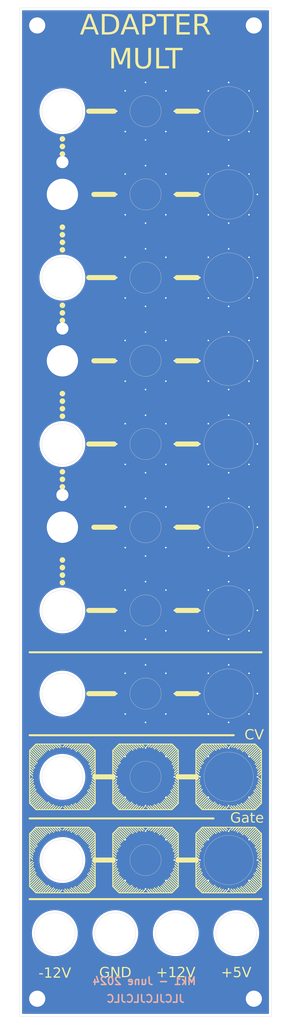
<source format=kicad_pcb>
(kicad_pcb (version 20240108) (generator "pcbnew") (generator_version "8.0")
  (title_block (title "Adapter Mult Mk1 Panel") (date "2024-05-26") (rev "1") (company "DMH"))
  (layers (0 "F.Cu" signal) (31 "B.Cu" signal) (34 "B.Paste" user) (35 "F.Paste" user) (36 "B.SilkS" user "B.Silkscreen") (37 "F.SilkS" user "F.Silkscreen") (38 "B.Mask" user) (39 "F.Mask" user) (44 "Edge.Cuts" user))
  (net 0 "")
  (net 1 "GND")
  (footprint "SynthStuff:Jack_6.35mm_Cutout_v3" (layer "F.Cu") (at 119.5 201)
    (property "Reference" "H32")
    (property "Value" "Jack6.35mm_CV" (hide yes))
    (fp_circle (center 0 0) (end 0 -4.9) (stroke (width 0.05)) (fill none) (layer "Edge.Cuts"))
    (pad "1" thru_hole circle (at -5.7 0) (size 0.5 0.5) (drill 0.3) (layers "*.Cu" "*.Mask") (net 1 "GND"))
    (pad "1" thru_hole circle (at -4.04 -4.03) (size 0.5 0.5) (drill 0.3) (layers "*.Cu" "*.Mask") (net 1 "GND"))
    (pad "1" thru_hole circle (at -4.03 4.04) (size 0.5 0.5) (drill 0.3) (layers "*.Cu" "*.Mask") (net 1 "GND"))
    (pad "1" thru_hole circle (at 0 -5.7) (size 0.5 0.5) (drill 0.3) (layers "*.Cu" "*.Mask") (net 1 "GND"))
    (pad "1" connect circle (at 0 0) (size 12 12) (layers "F.Cu" "F.Mask") (net 1 "GND"))
    (pad "1" connect circle (at 0 0) (size 12 12) (layers "B.Cu" "B.Mask") (net 1 "GND"))
    (pad "1" thru_hole circle (at 0 5.7) (size 0.5 0.5) (drill 0.3) (layers "*.Cu" "*.Mask") (net 1 "GND"))
    (pad "1" thru_hole circle (at 4.03 4.04) (size 0.5 0.5) (drill 0.3) (layers "*.Cu" "*.Mask") (net 1 "GND"))
    (pad "1" thru_hole circle (at 4.04 -4.03) (size 0.5 0.5) (drill 0.3) (layers "*.Cu" "*.Mask") (net 1 "GND"))
    (pad "1" thru_hole circle (at 5.7 0) (size 0.5 0.5) (drill 0.3) (layers "*.Cu" "*.Mask") (net 1 "GND"))
  )
  (footprint "SynthStuff:Banana_Jack_Cutout_v2" (layer "F.Cu") (at 86.5 184.5)
    (property "Reference" "H27")
    (property "Value" "MountingHole_BananaJack" (hide yes))
    (fp_circle (center 0 0) (end 4.05 0) (stroke (width 0.05)) (fill none) (layer "Edge.Cuts"))
  )
  (footprint "SynthStuff:MountingHole_Rails" (layer "F.Cu") (at 81.5 245)
    (property "Reference" "H3")
    (property "Value" "MountingHole_Rails")
    (pad "1" thru_hole circle (at 0 0) (size 4 4) (drill 3.2) (layers "*.Cu" "*.Mask") (net 1 "GND"))
  )
  (footprint "SynthStuff:Jack_3.5mm_Cutout_v2" (layer "F.Cu") (at 103 69)
    (property "Reference" "H7")
    (property "Value" "MountingHole_Jack3.5mm" (hide yes))
    (fp_circle (center 0 0) (end 3.1 0) (stroke (width 0.05)) (fill none) (layer "Edge.Cuts"))
    (pad "1" thru_hole circle (at -5.7 0) (size 0.5 0.5) (drill 0.3) (layers "*.Cu" "*.Mask") (net 1 "GND"))
    (pad "1" thru_hole circle (at -4.04 -4.03) (size 0.5 0.5) (drill 0.3) (layers "*.Cu" "*.Mask") (net 1 "GND"))
    (pad "1" thru_hole circle (at -4.03 4.04) (size 0.5 0.5) (drill 0.3) (layers "*.Cu" "*.Mask") (net 1 "GND"))
    (pad "1" thru_hole circle (at 0 -5.7) (size 0.5 0.5) (drill 0.3) (layers "*.Cu" "*.Mask") (net 1 "GND"))
    (pad "1" connect circle (at 0 0) (size 13 13) (layers "F.Cu" "F.Mask") (net 1 "GND"))
    (pad "1" connect circle (at 0 0) (size 13 13) (layers "B.Cu" "B.Mask") (net 1 "GND"))
    (pad "1" thru_hole circle (at 0 5.7) (size 0.5 0.5) (drill 0.3) (layers "*.Cu" "*.Mask") (net 1 "GND"))
    (pad "1" thru_hole circle (at 4.03 4.04) (size 0.5 0.5) (drill 0.3) (layers "*.Cu" "*.Mask") (net 1 "GND"))
    (pad "1" thru_hole circle (at 4.04 -4.03) (size 0.5 0.5) (drill 0.3) (layers "*.Cu" "*.Mask") (net 1 "GND"))
    (pad "1" thru_hole circle (at 5.7 0) (size 0.5 0.5) (drill 0.3) (layers "*.Cu" "*.Mask") (net 1 "GND"))
  )
  (footprint "SynthStuff:Banana_Jack_Cutout_v2" (layer "F.Cu") (at 85 232)
    (property "Reference" "H36")
    (property "Value" "Banana_-12V" (hide yes))
    (fp_circle (center 0 0) (end 4.05 0) (stroke (width 0.05)) (fill none) (layer "Edge.Cuts"))
  )
  (footprint "SynthStuff:Banana_Jack_Cutout_v2" (layer "F.Cu") (at 97 232)
    (property "Reference" "H37")
    (property "Value" "Banana_GND" (hide yes))
    (fp_circle (center 0 0) (end 4.05 0) (stroke (width 0.05)) (fill none) (layer "Edge.Cuts"))
  )
  (footprint "SynthStuff:Jack_3.5mm_Cutout_v2" (layer "F.Cu") (at 103 118.5)
    (property "Reference" "H16")
    (property "Value" "MountingHole_Jack3.5mm" (hide yes))
    (fp_circle (center 0 0) (end 3.1 0) (stroke (width 0.05)) (fill none) (layer "Edge.Cuts"))
    (pad "1" thru_hole circle (at -5.7 0) (size 0.5 0.5) (drill 0.3) (layers "*.Cu" "*.Mask") (net 1 "GND"))
    (pad "1" thru_hole circle (at -4.04 -4.03) (size 0.5 0.5) (drill 0.3) (layers "*.Cu" "*.Mask") (net 1 "GND"))
    (pad "1" thru_hole circle (at -4.03 4.04) (size 0.5 0.5) (drill 0.3) (layers "*.Cu" "*.Mask") (net 1 "GND"))
    (pad "1" thru_hole circle (at 0 -5.7) (size 0.5 0.5) (drill 0.3) (layers "*.Cu" "*.Mask") (net 1 "GND"))
    (pad "1" connect circle (at 0 0) (size 13 13) (layers "F.Cu" "F.Mask") (net 1 "GND"))
    (pad "1" connect circle (at 0 0) (size 13 13) (layers "B.Cu" "B.Mask") (net 1 "GND"))
    (pad "1" thru_hole circle (at 0 5.7) (size 0.5 0.5) (drill 0.3) (layers "*.Cu" "*.Mask") (net 1 "GND"))
    (pad "1" thru_hole circle (at 4.03 4.04) (size 0.5 0.5) (drill 0.3) (layers "*.Cu" "*.Mask") (net 1 "GND"))
    (pad "1" thru_hole circle (at 4.04 -4.03) (size 0.5 0.5) (drill 0.3) (layers "*.Cu" "*.Mask") (net 1 "GND"))
    (pad "1" thru_hole circle (at 5.7 0) (size 0.5 0.5) (drill 0.3) (layers "*.Cu" "*.Mask") (net 1 "GND"))
  )
  (footprint "SynthStuff:MountingHole_Rails" (layer "F.Cu") (at 124.5 52)
    (property "Reference" "H2")
    (property "Value" "MountingHole_Rails")
    (pad "1" thru_hole circle (at 0 0) (size 4 4) (drill 3.2) (layers "*.Cu" "*.Mask") (net 1 "GND"))
  )
  (footprint "SynthStuff:Jack_3.5mm_Cutout_v2" (layer "F.Cu") (at 103 151.5)
    (property "Reference" "H22")
    (property "Value" "MountingHole_Jack3.5mm" (hide yes))
    (fp_circle (center 0 0) (end 3.1 0) (stroke (width 0.05)) (fill none) (layer "Edge.Cuts"))
    (pad "1" thru_hole circle (at -5.7 0) (size 0.5 0.5) (drill 0.3) (layers "*.Cu" "*.Mask") (net 1 "GND"))
    (pad "1" thru_hole circle (at -4.04 -4.03) (size 0.5 0.5) (drill 0.3) (layers "*.Cu" "*.Mask") (net 1 "GND"))
    (pad "1" thru_hole circle (at -4.03 4.04) (size 0.5 0.5) (drill 0.3) (layers "*.Cu" "*.Mask") (net 1 "GND"))
    (pad "1" thru_hole circle (at 0 -5.7) (size 0.5 0.5) (drill 0.3) (layers "*.Cu" "*.Mask") (net 1 "GND"))
    (pad "1" connect circle (at 0 0) (size 13 13) (layers "F.Cu" "F.Mask") (net 1 "GND"))
    (pad "1" connect circle (at 0 0) (size 13 13) (layers "B.Cu" "B.Mask") (net 1 "GND"))
    (pad "1" thru_hole circle (at 0 5.7) (size 0.5 0.5) (drill 0.3) (layers "*.Cu" "*.Mask") (net 1 "GND"))
    (pad "1" thru_hole circle (at 4.03 4.04) (size 0.5 0.5) (drill 0.3) (layers "*.Cu" "*.Mask") (net 1 "GND"))
    (pad "1" thru_hole circle (at 4.04 -4.03) (size 0.5 0.5) (drill 0.3) (layers "*.Cu" "*.Mask") (net 1 "GND"))
    (pad "1" thru_hole circle (at 5.7 0) (size 0.5 0.5) (drill 0.3) (layers "*.Cu" "*.Mask") (net 1 "GND"))
  )
  (footprint "SynthStuff:Jack_3.5mm_Cutout_v2" (layer "F.Cu") (at 103 184.5)
    (property "Reference" "H28")
    (property "Value" "MountingHole_Jack3.5mm" (hide yes))
    (fp_circle (center 0 0) (end 3.1 0) (stroke (width 0.05)) (fill none) (layer "Edge.Cuts"))
    (pad "1" thru_hole circle (at -5.7 0) (size 0.5 0.5) (drill 0.3) (layers "*.Cu" "*.Mask") (net 1 "GND"))
    (pad "1" thru_hole circle (at -4.04 -4.03) (size 0.5 0.5) (drill 0.3) (layers "*.Cu" "*.Mask") (net 1 "GND"))
    (pad "1" thru_hole circle (at -4.03 4.04) (size 0.5 0.5) (drill 0.3) (layers "*.Cu" "*.Mask") (net 1 "GND"))
    (pad "1" thru_hole circle (at 0 -5.7) (size 0.5 0.5) (drill 0.3) (layers "*.Cu" "*.Mask") (net 1 "GND"))
    (pad "1" connect circle (at 0 0) (size 13 13) (layers "F.Cu" "F.Mask") (net 1 "GND"))
    (pad "1" connect circle (at 0 0) (size 13 13) (layers "B.Cu" "B.Mask") (net 1 "GND"))
    (pad "1" thru_hole circle (at 0 5.7) (size 0.5 0.5) (drill 0.3) (layers "*.Cu" "*.Mask") (net 1 "GND"))
    (pad "1" thru_hole circle (at 4.03 4.04) (size 0.5 0.5) (drill 0.3) (layers "*.Cu" "*.Mask") (net 1 "GND"))
    (pad "1" thru_hole circle (at 4.04 -4.03) (size 0.5 0.5) (drill 0.3) (layers "*.Cu" "*.Mask") (net 1 "GND"))
    (pad "1" thru_hole circle (at 5.7 0) (size 0.5 0.5) (drill 0.3) (layers "*.Cu" "*.Mask") (net 1 "GND"))
  )
  (footprint "SynthStuff:Banana_Jack_Cutout_v2" (layer "F.Cu") (at 86.5 135)
    (property "Reference" "H18")
    (property "Value" "MountingHole_BananaJack" (hide yes))
    (fp_circle (center 0 0) (end 4.05 0) (stroke (width 0.05)) (fill none) (layer "Edge.Cuts"))
  )
  (footprint "SynthStuff:Jack_6.35mm_Cutout_v3" (layer "F.Cu") (at 119.5 135)
    (property "Reference" "H20")
    (property "Value" "MountingHole_Jack6.35mm" (hide yes))
    (fp_circle (center 0 0) (end 0 -4.9) (stroke (width 0.05)) (fill none) (layer "Edge.Cuts"))
    (pad "1" thru_hole circle (at -5.7 0) (size 0.5 0.5) (drill 0.3) (layers "*.Cu" "*.Mask") (net 1 "GND"))
    (pad "1" thru_hole circle (at -4.04 -4.03) (size 0.5 0.5) (drill 0.3) (layers "*.Cu" "*.Mask") (net 1 "GND"))
    (pad "1" thru_hole circle (at -4.03 4.04) (size 0.5 0.5) (drill 0.3) (layers "*.Cu" "*.Mask") (net 1 "GND"))
    (pad "1" thru_hole circle (at 0 -5.7) (size 0.5 0.5) (drill 0.3) (layers "*.Cu" "*.Mask") (net 1 "GND"))
    (pad "1" connect circle (at 0 0) (size 12 12) (layers "F.Cu" "F.Mask") (net 1 "GND"))
    (pad "1" connect circle (at 0 0) (size 12 12) (layers "B.Cu" "B.Mask") (net 1 "GND"))
    (pad "1" thru_hole circle (at 0 5.7) (size 0.5 0.5) (drill 0.3) (layers "*.Cu" "*.Mask") (net 1 "GND"))
    (pad "1" thru_hole circle (at 4.03 4.04) (size 0.5 0.5) (drill 0.3) (layers "*.Cu" "*.Mask") (net 1 "GND"))
    (pad "1" thru_hole circle (at 4.04 -4.03) (size 0.5 0.5) (drill 0.3) (layers "*.Cu" "*.Mask") (net 1 "GND"))
    (pad "1" thru_hole circle (at 5.7 0) (size 0.5 0.5) (drill 0.3) (layers "*.Cu" "*.Mask") (net 1 "GND"))
  )
  (footprint "SynthStuff:Banana_Jack_Cutout_v2" (layer "F.Cu") (at 121 232)
    (property "Reference" "H39")
    (property "Value" "Banana_+5V" (hide yes))
    (fp_circle (center 0 0) (end 4.05 0) (stroke (width 0.05)) (fill none) (layer "Edge.Cuts"))
  )
  (footprint "SynthStuff:Jack_6.35mm_Cutout_v3" (layer "F.Cu") (at 119.5 69)
    (property "Reference" "H8")
    (property "Value" "MountingHole_Jack6.35mm" (hide yes))
    (fp_circle (center 0 0) (end 0 -4.9) (stroke (width 0.05)) (fill none) (layer "Edge.Cuts"))
    (pad "1" thru_hole circle (at -5.7 0) (size 0.5 0.5) (drill 0.3) (layers "*.Cu" "*.Mask") (net 1 "GND"))
    (pad "1" thru_hole circle (at -4.04 -4.03) (size 0.5 0.5) (drill 0.3) (layers "*.Cu" "*.Mask") (net 1 "GND"))
    (pad "1" thru_hole circle (at -4.03 4.04) (size 0.5 0.5) (drill 0.3) (layers "*.Cu" "*.Mask") (net 1 "GND"))
    (pad "1" thru_hole circle (at 0 -5.7) (size 0.5 0.5) (drill 0.3) (layers "*.Cu" "*.Mask") (net 1 "GND"))
    (pad "1" connect circle (at 0 0) (size 12 12) (layers "F.Cu" "F.Mask") (net 1 "GND"))
    (pad "1" connect circle (at 0 0) (size 12 12) (layers "B.Cu" "B.Mask") (net 1 "GND"))
    (pad "1" thru_hole circle (at 0 5.7) (size 0.5 0.5) (drill 0.3) (layers "*.Cu" "*.Mask") (net 1 "GND"))
    (pad "1" thru_hole circle (at 4.03 4.04) (size 0.5 0.5) (drill 0.3) (layers "*.Cu" "*.Mask") (net 1 "GND"))
    (pad "1" thru_hole circle (at 4.04 -4.03) (size 0.5 0.5) (drill 0.3) (layers "*.Cu" "*.Mask") (net 1 "GND"))
    (pad "1" thru_hole circle (at 5.7 0) (size 0.5 0.5) (drill 0.3) (layers "*.Cu" "*.Mask") (net 1 "GND"))
  )
  (footprint "SynthStuff:Jack_6.35mm_Cutout_v3" (layer "F.Cu") (at 119.5 85.5)
    (property "Reference" "H11")
    (property "Value" "MountingHole_Jack6.35mm" (hide yes))
    (fp_circle (center 0 0) (end 0 -4.9) (stroke (width 0.05)) (fill none) (layer "Edge.Cuts"))
    (pad "1" thru_hole circle (at -5.7 0) (size 0.5 0.5) (drill 0.3) (layers "*.Cu" "*.Mask") (net 1 "GND"))
    (pad "1" thru_hole circle (at -4.04 -4.03) (size 0.5 0.5) (drill 0.3) (layers "*.Cu" "*.Mask") (net 1 "GND"))
    (pad "1" thru_hole circle (at -4.03 4.04) (size 0.5 0.5) (drill 0.3) (layers "*.Cu" "*.Mask") (net 1 "GND"))
    (pad "1" thru_hole circle (at 0 -5.7) (size 0.5 0.5) (drill 0.3) (layers "*.Cu" "*.Mask") (net 1 "GND"))
    (pad "1" connect circle (at 0 0) (size 12 12) (layers "F.Cu" "F.Mask") (net 1 "GND"))
    (pad "1" connect circle (at 0 0) (size 12 12) (layers "B.Cu" "B.Mask") (net 1 "GND"))
    (pad "1" thru_hole circle (at 0 5.7) (size 0.5 0.5) (drill 0.3) (layers "*.Cu" "*.Mask") (net 1 "GND"))
    (pad "1" thru_hole circle (at 4.03 4.04) (size 0.5 0.5) (drill 0.3) (layers "*.Cu" "*.Mask") (net 1 "GND"))
    (pad "1" thru_hole circle (at 4.04 -4.03) (size 0.5 0.5) (drill 0.3) (layers "*.Cu" "*.Mask") (net 1 "GND"))
    (pad "1" thru_hole circle (at 5.7 0) (size 0.5 0.5) (drill 0.3) (layers "*.Cu" "*.Mask") (net 1 "GND"))
  )
  (footprint "SynthStuff:Jack_6.35mm_Cutout_v3" (layer "F.Cu") (at 119.5 102)
    (property "Reference" "H14")
    (property "Value" "MountingHole_Jack6.35mm" (hide yes))
    (fp_circle (center 0 0) (end 0 -4.9) (stroke (width 0.05)) (fill none) (layer "Edge.Cuts"))
    (pad "1" thru_hole circle (at -5.7 0) (size 0.5 0.5) (drill 0.3) (layers "*.Cu" "*.Mask") (net 1 "GND"))
    (pad "1" thru_hole circle (at -4.04 -4.03) (size 0.5 0.5) (drill 0.3) (layers "*.Cu" "*.Mask") (net 1 "GND"))
    (pad "1" thru_hole circle (at -4.03 4.04) (size 0.5 0.5) (drill 0.3) (layers "*.Cu" "*.Mask") (net 1 "GND"))
    (pad "1" thru_hole circle (at 0 -5.7) (size 0.5 0.5) (drill 0.3) (layers "*.Cu" "*.Mask") (net 1 "GND"))
    (pad "1" connect circle (at 0 0) (size 12 12) (layers "F.Cu" "F.Mask") (net 1 "GND"))
    (pad "1" connect circle (at 0 0) (size 12 12) (layers "B.Cu" "B.Mask") (net 1 "GND"))
    (pad "1" thru_hole circle (at 0 5.7) (size 0.5 0.5) (drill 0.3) (layers "*.Cu" "*.Mask") (net 1 "GND"))
    (pad "1" thru_hole circle (at 4.03 4.04) (size 0.5 0.5) (drill 0.3) (layers "*.Cu" "*.Mask") (net 1 "GND"))
    (pad "1" thru_hole circle (at 4.04 -4.03) (size 0.5 0.5) (drill 0.3) (layers "*.Cu" "*.Mask") (net 1 "GND"))
    (pad "1" thru_hole circle (at 5.7 0) (size 0.5 0.5) (drill 0.3) (layers "*.Cu" "*.Mask") (net 1 "GND"))
  )
  (footprint "SynthStuff:Jack_6.35mm_Cutout_v3" (layer "F.Cu") (at 119.5 184.5)
    (property "Reference" "H29")
    (property "Value" "MountingHole_Jack6.35mm" (hide yes))
    (fp_circle (center 0 0) (end 0 -4.9) (stroke (width 0.05)) (fill none) (layer "Edge.Cuts"))
    (pad "1" thru_hole circle (at -5.7 0) (size 0.5 0.5) (drill 0.3) (layers "*.Cu" "*.Mask") (net 1 "GND"))
    (pad "1" thru_hole circle (at -4.04 -4.03) (size 0.5 0.5) (drill 0.3) (layers "*.Cu" "*.Mask") (net 1 "GND"))
    (pad "1" thru_hole circle (at -4.03 4.04) (size 0.5 0.5) (drill 0.3) (layers "*.Cu" "*.Mask") (net 1 "GND"))
    (pad "1" thru_hole circle (at 0 -5.7) (size 0.5 0.5) (drill 0.3) (layers "*.Cu" "*.Mask") (net 1 "GND"))
    (pad "1" connect circle (at 0 0) (size 12 12) (layers "F.Cu" "F.Mask") (net 1 "GND"))
    (pad "1" connect circle (at 0 0) (size 12 12) (layers "B.Cu" "B.Mask") (net 1 "GND"))
    (pad "1" thru_hole circle (at 0 5.7) (size 0.5 0.5) (drill 0.3) (layers "*.Cu" "*.Mask") (net 1 "GND"))
    (pad "1" thru_hole circle (at 4.03 4.04) (size 0.5 0.5) (drill 0.3) (layers "*.Cu" "*.Mask") (net 1 "GND"))
    (pad "1" thru_hole circle (at 4.04 -4.03) (size 0.5 0.5) (drill 0.3) (layers "*.Cu" "*.Mask") (net 1 "GND"))
    (pad "1" thru_hole circle (at 5.7 0) (size 0.5 0.5) (drill 0.3) (layers "*.Cu" "*.Mask") (net 1 "GND"))
  )
  (footprint "SynthStuff:Jack_3.5mm_Cutout_v2" (layer "F.Cu") (at 103 135)
    (property "Reference" "H19")
    (property "Value" "MountingHole_Jack3.5mm" (hide yes))
    (fp_circle (center 0 0) (end 3.1 0) (stroke (width 0.05)) (fill none) (layer "Edge.Cuts"))
    (pad "1" thru_hole circle (at -5.7 0) (size 0.5 0.5) (drill 0.3) (layers "*.Cu" "*.Mask") (net 1 "GND"))
    (pad "1" thru_hole circle (at -4.04 -4.03) (size 0.5 0.5) (drill 0.3) (layers "*.Cu" "*.Mask") (net 1 "GND"))
    (pad "1" thru_hole circle (at -4.03 4.04) (size 0.5 0.5) (drill 0.3) (layers "*.Cu" "*.Mask") (net 1 "GND"))
    (pad "1" thru_hole circle (at 0 -5.7) (size 0.5 0.5) (drill 0.3) (layers "*.Cu" "*.Mask") (net 1 "GND"))
    (pad "1" connect circle (at 0 0) (size 13 13) (layers "F.Cu" "F.Mask") (net 1 "GND"))
    (pad "1" connect circle (at 0 0) (size 13 13) (layers "B.Cu" "B.Mask") (net 1 "GND"))
    (pad "1" thru_hole circle (at 0 5.7) (size 0.5 0.5) (drill 0.3) (layers "*.Cu" "*.Mask") (net 1 "GND"))
    (pad "1" thru_hole circle (at 4.03 4.04) (size 0.5 0.5) (drill 0.3) (layers "*.Cu" "*.Mask") (net 1 "GND"))
    (pad "1" thru_hole circle (at 4.04 -4.03) (size 0.5 0.5) (drill 0.3) (layers "*.Cu" "*.Mask") (net 1 "GND"))
    (pad "1" thru_hole circle (at 5.7 0) (size 0.5 0.5) (drill 0.3) (layers "*.Cu" "*.Mask") (net 1 "GND"))
  )
  (footprint "SynthStuff:Banana_Jack_Cutout_v2" (layer "F.Cu") (at 109 232)
    (property "Reference" "H38")
    (property "Value" "Banana_+12V" (hide yes))
    (fp_circle (center 0 0) (end 4.05 0) (stroke (width 0.05)) (fill none) (layer "Edge.Cuts"))
  )
  (footprint "SynthStuff:Toggle_Switch_Cutout" (layer "F.Cu") (at 86.5 118.5)
    (property "Reference" "H15")
    (property "Value" "MountingHole_ToggleSwitch")
    (pad "1" thru_hole circle (at 0 -6.4) (size 2.9 2.9) (drill 2.4) (layers "*.Cu" "*.Mask") (net 1 "GND"))
    (pad "1" thru_hole circle (at 0 0) (size 13 13) (drill 6.2) (layers "*.Cu" "*.Mask") (net 1 "GND"))
  )
  (footprint "SynthStuff:Jack_6.35mm_Cutout_v3" (layer "F.Cu") (at 119.5 168)
    (property "Reference" "H26")
    (property "Value" "MountingHole_Jack6.35mm" (hide yes))
    (fp_circle (center 0 0) (end 0 -4.9) (stroke (width 0.05)) (fill none) (layer "Edge.Cuts"))
    (pad "1" thru_hole circle (at -5.7 0) (size 0.5 0.5) (drill 0.3) (layers "*.Cu" "*.Mask") (net 1 "GND"))
    (pad "1" thru_hole circle (at -4.04 -4.03) (size 0.5 0.5) (drill 0.3) (layers "*.Cu" "*.Mask") (net 1 "GND"))
    (pad "1" thru_hole circle (at -4.03 4.04) (size 0.5 0.5) (drill 0.3) (layers "*.Cu" "*.Mask") (net 1 "GND"))
    (pad "1" thru_hole circle (at 0 -5.7) (size 0.5 0.5) (drill 0.3) (layers "*.Cu" "*.Mask") (net 1 "GND"))
    (pad "1" connect circle (at 0 0) (size 12 12) (layers "F.Cu" "F.Mask") (net 1 "GND"))
    (pad "1" connect circle (at 0 0) (size 12 12) (layers "B.Cu" "B.Mask") (net 1 "GND"))
    (pad "1" thru_hole circle (at 0 5.7) (size 0.5 0.5) (drill 0.3) (layers "*.Cu" "*.Mask") (net 1 "GND"))
    (pad "1" thru_hole circle (at 4.03 4.04) (size 0.5 0.5) (drill 0.3) (layers "*.Cu" "*.Mask") (net 1 "GND"))
    (pad "1" thru_hole circle (at 4.04 -4.03) (size 0.5 0.5) (drill 0.3) (layers "*.Cu" "*.Mask") (net 1 "GND"))
    (pad "1" thru_hole circle (at 5.7 0) (size 0.5 0.5) (drill 0.3) (layers "*.Cu" "*.Mask") (net 1 "GND"))
  )
  (footprint "SynthStuff:Banana_Jack_Cutout_v2" (layer "F.Cu") (at 86.5 102)
    (property "Reference" "H12")
    (property "Value" "MountingHole_BananaJack" (hide yes))
    (fp_circle (center 0 0) (end 4.05 0) (stroke (width 0.05)) (fill none) (layer "Edge.Cuts"))
  )
  (footprint "SynthStuff:Banana_Jack_Cutout_v2" (layer "F.Cu") (at 86.5 201)
    (property "Reference" "H30")
    (property "Value" "Banana_CV" (hide yes))
    (fp_circle (center 0 0) (end 4.05 0) (stroke (width 0.05)) (fill none) (layer "Edge.Cuts"))
  )
  (footprint "SynthStuff:Jack_6.35mm_Cutout_v3" (layer "F.Cu") (at 119.5 217.5)
    (property "Reference" "H35")
    (property "Value" "Jack6.35mm_Gate" (hide yes))
    (fp_circle (center 0 0) (end 0 -4.9) (stroke (width 0.05)) (fill none) (layer "Edge.Cuts"))
    (pad "1" thru_hole circle (at -5.7 0) (size 0.5 0.5) (drill 0.3) (layers "*.Cu" "*.Mask") (net 1 "GND"))
    (pad "1" thru_hole circle (at -4.04 -4.03) (size 0.5 0.5) (drill 0.3) (layers "*.Cu" "*.Mask") (net 1 "GND"))
    (pad "1" thru_hole circle (at -4.03 4.04) (size 0.5 0.5) (drill 0.3) (layers "*.Cu" "*.Mask") (net 1 "GND"))
    (pad "1" thru_hole circle (at 0 -5.7) (size 0.5 0.5) (drill 0.3) (layers "*.Cu" "*.Mask") (net 1 "GND"))
    (pad "1" connect circle (at 0 0) (size 12 12) (layers "F.Cu" "F.Mask") (net 1 "GND"))
    (pad "1" connect circle (at 0 0) (size 12 12) (layers "B.Cu" "B.Mask") (net 1 "GND"))
    (pad "1" thru_hole circle (at 0 5.7) (size 0.5 0.5) (drill 0.3) (layers "*.Cu" "*.Mask") (net 1 "GND"))
    (pad "1" thru_hole circle (at 4.03 4.04) (size 0.5 0.5) (drill 0.3) (layers "*.Cu" "*.Mask") (net 1 "GND"))
    (pad "1" thru_hole circle (at 4.04 -4.03) (size 0.5 0.5) (drill 0.3) (layers "*.Cu" "*.Mask") (net 1 "GND"))
    (pad "1" thru_hole circle (at 5.7 0) (size 0.5 0.5) (drill 0.3) (layers "*.Cu" "*.Mask") (net 1 "GND"))
  )
  (footprint "SynthStuff:Banana_Jack_Cutout_v2" (layer "F.Cu") (at 86.5 69)
    (property "Reference" "H6")
    (property "Value" "MountingHole_BananaJack" (hide yes))
    (fp_circle (center 0 0) (end 4.05 0) (stroke (width 0.05)) (fill none) (layer "Edge.Cuts"))
  )
  (footprint "SynthStuff:Jack_3.5mm_Cutout_v2" (layer "F.Cu") (at 103 217.5)
    (property "Reference" "H34")
    (property "Value" "Jack3.5mm_Gate" (hide yes))
    (fp_circle (center 0 0) (end 3.1 0) (stroke (width 0.05)) (fill none) (layer "Edge.Cuts"))
    (pad "1" thru_hole circle (at -5.7 0) (size 0.5 0.5) (drill 0.3) (layers "*.Cu" "*.Mask") (net 1 "GND"))
    (pad "1" thru_hole circle (at -4.04 -4.03) (size 0.5 0.5) (drill 0.3) (layers "*.Cu" "*.Mask") (net 1 "GND"))
    (pad "1" thru_hole circle (at -4.03 4.04) (size 0.5 0.5) (drill 0.3) (layers "*.Cu" "*.Mask") (net 1 "GND"))
    (pad "1" thru_hole circle (at 0 -5.7) (size 0.5 0.5) (drill 0.3) (layers "*.Cu" "*.Mask") (net 1 "GND"))
    (pad "1" connect circle (at 0 0) (size 13 13) (layers "F.Cu" "F.Mask") (net 1 "GND"))
    (pad "1" connect circle (at 0 0) (size 13 13) (layers "B.Cu" "B.Mask") (net 1 "GND"))
    (pad "1" thru_hole circle (at 0 5.7) (size 0.5 0.5) (drill 0.3) (layers "*.Cu" "*.Mask") (net 1 "GND"))
    (pad "1" thru_hole circle (at 4.03 4.04) (size 0.5 0.5) (drill 0.3) (layers "*.Cu" "*.Mask") (net 1 "GND"))
    (pad "1" thru_hole circle (at 4.04 -4.03) (size 0.5 0.5) (drill 0.3) (layers "*.Cu" "*.Mask") (net 1 "GND"))
    (pad "1" thru_hole circle (at 5.7 0) (size 0.5 0.5) (drill 0.3) (layers "*.Cu" "*.Mask") (net 1 "GND"))
  )
  (footprint "SynthStuff:Jack_3.5mm_Cutout_v2" (layer "F.Cu") (at 103 201)
    (property "Reference" "H31")
    (property "Value" "Jack3.5mm_CV" (hide yes))
    (fp_circle (center 0 0) (end 3.1 0) (stroke (width 0.05)) (fill none) (layer "Edge.Cuts"))
    (pad "1" thru_hole circle (at -5.7 0) (size 0.5 0.5) (drill 0.3) (layers "*.Cu" "*.Mask") (net 1 "GND"))
    (pad "1" thru_hole circle (at -4.04 -4.03) (size 0.5 0.5) (drill 0.3) (layers "*.Cu" "*.Mask") (net 1 "GND"))
    (pad "1" thru_hole circle (at -4.03 4.04) (size 0.5 0.5) (drill 0.3) (layers "*.Cu" "*.Mask") (net 1 "GND"))
    (pad "1" thru_hole circle (at 0 -5.7) (size 0.5 0.5) (drill 0.3) (layers "*.Cu" "*.Mask") (net 1 "GND"))
    (pad "1" connect circle (at 0 0) (size 13 13) (layers "F.Cu" "F.Mask") (net 1 "GND"))
    (pad "1" connect circle (at 0 0) (size 13 13) (layers "B.Cu" "B.Mask") (net 1 "GND"))
    (pad "1" thru_hole circle (at 0 5.7) (size 0.5 0.5) (drill 0.3) (layers "*.Cu" "*.Mask") (net 1 "GND"))
    (pad "1" thru_hole circle (at 4.03 4.04) (size 0.5 0.5) (drill 0.3) (layers "*.Cu" "*.Mask") (net 1 "GND"))
    (pad "1" thru_hole circle (at 4.04 -4.03) (size 0.5 0.5) (drill 0.3) (layers "*.Cu" "*.Mask") (net 1 "GND"))
    (pad "1" thru_hole circle (at 5.7 0) (size 0.5 0.5) (drill 0.3) (layers "*.Cu" "*.Mask") (net 1 "GND"))
  )
  (footprint "SynthStuff:Jack_6.35mm_Cutout_v3" (layer "F.Cu") (at 119.5 118.5)
    (property "Reference" "H17")
    (property "Value" "MountingHole_Jack6.35mm" (hide yes))
    (fp_circle (center 0 0) (end 0 -4.9) (stroke (width 0.05)) (fill none) (layer "Edge.Cuts"))
    (pad "1" thru_hole circle (at -5.7 0) (size 0.5 0.5) (drill 0.3) (layers "*.Cu" "*.Mask") (net 1 "GND"))
    (pad "1" thru_hole circle (at -4.04 -4.03) (size 0.5 0.5) (drill 0.3) (layers "*.Cu" "*.Mask") (net 1 "GND"))
    (pad "1" thru_hole circle (at -4.03 4.04) (size 0.5 0.5) (drill 0.3) (layers "*.Cu" "*.Mask") (net 1 "GND"))
    (pad "1" thru_hole circle (at 0 -5.7) (size 0.5 0.5) (drill 0.3) (layers "*.Cu" "*.Mask") (net 1 "GND"))
    (pad "1" connect circle (at 0 0) (size 12 12) (layers "F.Cu" "F.Mask") (net 1 "GND"))
    (pad "1" connect circle (at 0 0) (size 12 12) (layers "B.Cu" "B.Mask") (net 1 "GND"))
    (pad "1" thru_hole circle (at 0 5.7) (size 0.5 0.5) (drill 0.3) (layers "*.Cu" "*.Mask") (net 1 "GND"))
    (pad "1" thru_hole circle (at 4.03 4.04) (size 0.5 0.5) (drill 0.3) (layers "*.Cu" "*.Mask") (net 1 "GND"))
    (pad "1" thru_hole circle (at 4.04 -4.03) (size 0.5 0.5) (drill 0.3) (layers "*.Cu" "*.Mask") (net 1 "GND"))
    (pad "1" thru_hole circle (at 5.7 0) (size 0.5 0.5) (drill 0.3) (layers "*.Cu" "*.Mask") (net 1 "GND"))
  )
  (footprint "SynthStuff:Jack_6.35mm_Cutout_v3" (layer "F.Cu") (at 119.5 151.5)
    (property "Reference" "H23")
    (property "Value" "MountingHole_Jack6.35mm" (hide yes))
    (fp_circle (center 0 0) (end 0 -4.9) (stroke (width 0.05)) (fill none) (layer "Edge.Cuts"))
    (pad "1" thru_hole circle (at -5.7 0) (size 0.5 0.5) (drill 0.3) (layers "*.Cu" "*.Mask") (net 1 "GND"))
    (pad "1" thru_hole circle (at -4.04 -4.03) (size 0.5 0.5) (drill 0.3) (layers "*.Cu" "*.Mask") (net 1 "GND"))
    (pad "1" thru_hole circle (at -4.03 4.04) (size 0.5 0.5) (drill 0.3) (layers "*.Cu" "*.Mask") (net 1 "GND"))
    (pad "1" thru_hole circle (at 0 -5.7) (size 0.5 0.5) (drill 0.3) (layers "*.Cu" "*.Mask") (net 1 "GND"))
    (pad "1" connect circle (at 0 0) (size 12 12) (layers "F.Cu" "F.Mask") (net 1 "GND"))
    (pad "1" connect circle (at 0 0) (size 12 12) (layers "B.Cu" "B.Mask") (net 1 "GND"))
    (pad "1" thru_hole circle (at 0 5.7) (size 0.5 0.5) (drill 0.3) (layers "*.Cu" "*.Mask") (net 1 "GND"))
    (pad "1" thru_hole circle (at 4.03 4.04) (size 0.5 0.5) (drill 0.3) (layers "*.Cu" "*.Mask") (net 1 "GND"))
    (pad "1" thru_hole circle (at 4.04 -4.03) (size 0.5 0.5) (drill 0.3) (layers "*.Cu" "*.Mask") (net 1 "GND"))
    (pad "1" thru_hole circle (at 5.7 0) (size 0.5 0.5) (drill 0.3) (layers "*.Cu" "*.Mask") (net 1 "GND"))
  )
  (footprint "SynthStuff:Jack_3.5mm_Cutout_v2" (layer "F.Cu") (at 103 168)
    (property "Reference" "H25")
    (property "Value" "MountingHole_Jack3.5mm" (hide yes))
    (fp_circle (center 0 0) (end 3.1 0) (stroke (width 0.05)) (fill none) (layer "Edge.Cuts"))
    (pad "1" thru_hole circle (at -5.7 0) (size 0.5 0.5) (drill 0.3) (layers "*.Cu" "*.Mask") (net 1 "GND"))
    (pad "1" thru_hole circle (at -4.04 -4.03) (size 0.5 0.5) (drill 0.3) (layers "*.Cu" "*.Mask") (net 1 "GND"))
    (pad "1" thru_hole circle (at -4.03 4.04) (size 0.5 0.5) (drill 0.3) (layers "*.Cu" "*.Mask") (net 1 "GND"))
    (pad "1" thru_hole circle (at 0 -5.7) (size 0.5 0.5) (drill 0.3) (layers "*.Cu" "*.Mask") (net 1 "GND"))
    (pad "1" connect circle (at 0 0) (size 13 13) (layers "F.Cu" "F.Mask") (net 1 "GND"))
    (pad "1" connect circle (at 0 0) (size 13 13) (layers "B.Cu" "B.Mask") (net 1 "GND"))
    (pad "1" thru_hole circle (at 0 5.7) (size 0.5 0.5) (drill 0.3) (layers "*.Cu" "*.Mask") (net 1 "GND"))
    (pad "1" thru_hole circle (at 4.03 4.04) (size 0.5 0.5) (drill 0.3) (layers "*.Cu" "*.Mask") (net 1 "GND"))
    (pad "1" thru_hole circle (at 4.04 -4.03) (size 0.5 0.5) (drill 0.3) (layers "*.Cu" "*.Mask") (net 1 "GND"))
    (pad "1" thru_hole circle (at 5.7 0) (size 0.5 0.5) (drill 0.3) (layers "*.Cu" "*.Mask") (net 1 "GND"))
  )
  (footprint "SynthStuff:Banana_Jack_Cutout_v2" (layer "F.Cu") (at 86.5 168)
    (property "Reference" "H24")
    (property "Value" "MountingHole_BananaJack" (hide yes))
    (fp_circle (center 0 0) (end 4.05 0) (stroke (width 0.05)) (fill none) (layer "Edge.Cuts"))
  )
  (footprint "SynthStuff:MountingHole_Rails" (layer "F.Cu") (at 81.5 52)
    (property "Reference" "H1")
    (property "Value" "MountingHole_Rails")
    (pad "1" thru_hole circle (at 0 0) (size 4 4) (drill 3.2) (layers "*.Cu" "*.Mask") (net 1 "GND"))
  )
  (footprint "SynthStuff:Toggle_Switch_Cutout" (layer "F.Cu") (at 86.5 85.5)
    (property "Reference" "H9")
    (property "Value" "MountingHole_ToggleSwitch")
    (pad "1" thru_hole circle (at 0 -6.4) (size 2.9 2.9) (drill 2.4) (layers "*.Cu" "*.Mask") (net 1 "GND"))
    (pad "1" thru_hole circle (at 0 0) (size 13 13) (drill 6.2) (layers "*.Cu" "*.Mask") (net 1 "GND"))
  )
  (footprint "SynthStuff:MountingHole_Rails" (layer "F.Cu") (at 124.5 245)
    (property "Reference" "H4")
    (property "Value" "MountingHole_Rails")
    (pad "1" thru_hole circle (at 0 0) (size 4 4) (drill 3.2) (layers "*.Cu" "*.Mask") (net 1 "GND"))
  )
  (footprint "SynthStuff:Banana_Jack_Cutout_v2" (layer "F.Cu") (at 86.5 217.5)
    (property "Reference" "H33")
    (property "Value" "Banana_Gate" (hide yes))
    (fp_circle (center 0 0) (end 4.05 0) (stroke (width 0.05)) (fill none) (layer "Edge.Cuts"))
  )
  (footprint "SynthStuff:Jack_3.5mm_Cutout_v2" (layer "F.Cu") (at 103 85.5)
    (property "Reference" "H10")
    (property "Value" "MountingHole_Jack3.5mm" (hide yes))
    (fp_circle (center 0 0) (end 3.1 0) (stroke (width 0.05)) (fill none) (layer "Edge.Cuts"))
    (pad "1" thru_hole circle (at -5.7 0) (size 0.5 0.5) (drill 0.3) (layers "*.Cu" "*.Mask") (net 1 "GND"))
    (pad "1" thru_hole circle (at -4.04 -4.03) (size 0.5 0.5) (drill 0.3) (layers "*.Cu" "*.Mask") (net 1 "GND"))
    (pad "1" thru_hole circle (at -4.03 4.04) (size 0.5 0.5) (drill 0.3) (layers "*.Cu" "*.Mask") (net 1 "GND"))
    (pad "1" thru_hole circle (at 0 -5.7) (size 0.5 0.5) (drill 0.3) (layers "*.Cu" "*.Mask") (net 1 "GND"))
    (pad "1" connect circle (at 0 0) (size 13 13) (layers "F.Cu" "F.Mask") (net 1 "GND"))
    (pad "1" connect circle (at 0 0) (size 13 13) (layers "B.Cu" "B.Mask") (net 1 "GND"))
    (pad "1" thru_hole circle (at 0 5.7) (size 0.5 0.5) (drill 0.3) (layers "*.Cu" "*.Mask") (net 1 "GND"))
    (pad "1" thru_hole circle (at 4.03 4.04) (size 0.5 0.5) (drill 0.3) (layers "*.Cu" "*.Mask") (net 1 "GND"))
    (pad "1" thru_hole circle (at 4.04 -4.03) (size 0.5 0.5) (drill 0.3) (layers "*.Cu" "*.Mask") (net 1 "GND"))
    (pad "1" thru_hole circle (at 5.7 0) (size 0.5 0.5) (drill 0.3) (layers "*.Cu" "*.Mask") (net 1 "GND"))
  )
  (footprint "SynthStuff:Jack_3.5mm_Cutout_v2" (layer "F.Cu") (at 103 102)
    (property "Reference" "H13")
    (property "Value" "MountingHole_Jack3.5mm" (hide yes))
    (fp_circle (center 0 0) (end 3.1 0) (stroke (width 0.05)) (fill none) (layer "Edge.Cuts"))
    (pad "1" thru_hole circle (at -5.7 0) (size 0.5 0.5) (drill 0.3) (layers "*.Cu" "*.Mask") (net 1 "GND"))
    (pad "1" thru_hole circle (at -4.04 -4.03) (size 0.5 0.5) (drill 0.3) (layers "*.Cu" "*.Mask") (net 1 "GND"))
    (pad "1" thru_hole circle (at -4.03 4.04) (size 0.5 0.5) (drill 0.3) (layers "*.Cu" "*.Mask") (net 1 "GND"))
    (pad "1" thru_hole circle (at 0 -5.7) (size 0.5 0.5) (drill 0.3) (layers "*.Cu" "*.Mask") (net 1 "GND"))
    (pad "1" connect circle (at 0 0) (size 13 13) (layers "F.Cu" "F.Mask") (net 1 "GND"))
    (pad "1" connect circle (at 0 0) (size 13 13) (layers "B.Cu" "B.Mask") (net 1 "GND"))
    (pad "1" thru_hole circle (at 0 5.7) (size 0.5 0.5) (drill 0.3) (layers "*.Cu" "*.Mask") (net 1 "GND"))
    (pad "1" thru_hole circle (at 4.03 4.04) (size 0.5 0.5) (drill 0.3) (layers "*.Cu" "*.Mask") (net 1 "GND"))
    (pad "1" thru_hole circle (at 4.04 -4.03) (size 0.5 0.5) (drill 0.3) (layers "*.Cu" "*.Mask") (net 1 "GND"))
    (pad "1" thru_hole circle (at 5.7 0) (size 0.5 0.5) (drill 0.3) (layers "*.Cu" "*.Mask") (net 1 "GND"))
  )
  (footprint "SynthStuff:Toggle_Switch_Cutout" (layer "F.Cu") (at 86.5 151.5)
    (property "Reference" "H21")
    (property "Value" "MountingHole_ToggleSwitch")
    (pad "1" thru_hole circle (at 0 -6.4) (size 2.9 2.9) (drill 2.4) (layers "*.Cu" "*.Mask") (net 1 "GND"))
    (pad "1" thru_hole circle (at 0 0) (size 13 13) (drill 6.2) (layers "*.Cu" "*.Mask") (net 1 "GND"))
  )
  (gr_line (start 82.25 224) (end 83.75 222.5) (stroke (width 0.2)) (layer "F.SilkS"))
  (gr_line (start 92.25 211.5) (end 90.5 213.25) (stroke (width 0.2)) (layer "F.SilkS"))
  (gr_line (start 80.25 206.5) (end 82 204.75) (stroke (width 0.2)) (layer "F.SilkS"))
  (gr_line (start 91.75 194.5) (end 93 195.75) (stroke (width 0.2)) (layer "F.SilkS"))
  (gr_line (start 96.5 197.25) (end 97.75 198.5) (stroke (width 0.2)) (layer "F.SilkS"))
  (gr_line (start 92.5 206.75) (end 90.75 205) (stroke (width 0.2)) (layer "F.SilkS"))
  (gr_line (start 93 206.25) (end 91.75 207.5) (stroke (width 0.2)) (layer "F.SilkS"))
  (gr_line (start 126 199.25) (end 125.25 200) (stroke (width 0.2)) (layer "F.SilkS"))
  (gr_line (start 126 203.75) (end 125 202.75) (stroke (width 0.2)) (layer "F.SilkS"))
  (gr_line (start 80.75 211.5) (end 82.5 213.25) (stroke (width 0.2)) (layer "F.SilkS"))
  (gr_line (start 105.25 211) (end 104.5 211.75) (stroke (width 0.2)) (layer "F.SilkS"))
  (gr_line (start 124.25 224) (end 122.75 222.5) (stroke (width 0.2)) (layer "F.SilkS"))
  (gr_line (start 106.75 211) (end 105.5 212.25) (stroke (width 0.2)) (layer "F.SilkS"))
  (gr_line (start 88.25 224) (end 87.5 223.25) (stroke (width 0.2)) (layer "F.SilkS"))
  (gr_line (start 126 206.25) (end 124.75 207.5) (stroke (width 0.2)) (layer "F.SilkS"))
  (gr_line (start 104.2 211) (end 103.6 211.6) (stroke (width 0.2)) (layer "F.SilkS"))
  (gr_line (start 125 207.25) (end 123.25 205.5) (stroke (width 0.2)) (layer "F.SilkS"))
  (gr_line (start 126 203.25) (end 125.25 202.5) (stroke (width 0.2)) (layer "F.SilkS"))
  (gr_line (start 114.25 194.5) (end 119.5 194.5) (stroke (width 0.2)) (layer "F.SilkS"))
  (gr_line (start 101.8 207.5) (end 102.4 206.9) (stroke (width 0.2)) (layer "F.SilkS"))
  (gr_line (start 109.5 218.7) (end 108.9 218.1) (stroke (width 0.2)) (layer "F.SilkS"))
  (gr_line (start 123.75 224) (end 122.5 222.75) (stroke (width 0.2)) (layer "F.SilkS"))
  (gr_line (start 113 218.25) (end 113.5 217.75) (stroke (width 0.2)) (layer "F.SilkS"))
  (gr_line (start 120.25 207.5) (end 119.75 207) (stroke (width 0.2)) (layer "F.SilkS"))
  (gr_line (start 87.7 211) (end 87.1 211.6) (stroke (width 0.2)) (layer "F.SilkS"))
  (gr_line (start 98.25 224) (end 99.75 222.5) (stroke (width 0.2)) (layer "F.SilkS"))
  (gr_line (start 89.75 211) (end 88.75 212) (stroke (width 0.2)) (layer "F.SilkS"))
  (gr_line (start 109.5 221.25) (end 108.25 220) (stroke (width 0.2)) (layer "F.SilkS"))
  (gr_line (start 119.5 207.5) (end 114.25 207.5) (stroke (width 0.2)) (layer "F.SilkS"))
  (gr_line (start 109.25 168) (end 113.25 168) (stroke (width 1)) (layer "F.SilkS"))
  (gr_line (start 108.5 207.25) (end 106.75 205.5) (stroke (width 0.2)) (layer "F.SilkS"))
  (gr_line (start 109.5 196.75) (end 108.25 198) (stroke (width 0.2)) (layer "F.SilkS"))
  (gr_line (start 91.25 211) (end 89.75 212.5) (stroke (width 0.2)) (layer "F.SilkS"))
  (gr_line (start 126 204.75) (end 124.75 203.5) (stroke (width 0.2)) (layer "F.SilkS"))
  (gr_line (start 109.5 220.75) (end 108.5 219.75) (stroke (width 0.2)) (layer "F.SilkS"))
  (gr_line (start 109.5 215.75) (end 108.75 216.5) (stroke (width 0.2)) (layer "F.SilkS"))
  (gr_line (start 113 198.75) (end 113.75 199.5) (stroke (width 0.2)) (layer "F.SilkS"))
  (gr_line (start 104.25 224) (end 103.5 223.25) (stroke (width 0.2)) (layer "F.SilkS"))
  (gr_line (start 103.75 224) (end 103.25 223.5) (stroke (width 0.2)) (layer "F.SilkS"))
  (gr_line (start 104.75 194.5) (end 104.05 195.2) (stroke (width 0.2)) (layer "F.SilkS"))
  (gr_line (start 81.75 211) (end 83.25 212.5) (stroke (width 0.2)) (layer "F.SilkS"))
  (gr_line (start 96.75 212) (end 98.5 213.75) (stroke (width 0.2)) (layer "F.SilkS"))
  (gr_line (start 92.75 206.5) (end 91 204.75) (stroke (width 0.2)) (layer "F.SilkS"))
  (gr_line (start 80 219.75) (end 80.75 219) (stroke (width 0.2)) (layer "F.SilkS"))
  (gr_line (start 113 206.25) (end 114.75 204.5) (stroke (width 0.2)) (layer "F.SilkS"))
  (gr_line (start 90.75 224) (end 89.5 222.75) (stroke (width 0.2)) (layer "F.SilkS"))
  (gr_line (start 91.75 102) (end 96.75 102) (stroke (width 1)) (layer "F.SilkS"))
  (gr_line (start 93 214.25) (end 92 215.25) (stroke (width 0.2)) (layer "F.SilkS"))
  (gr_line (start 114.75 211) (end 116.25 212.5) (stroke (width 0.2)) (layer "F.SilkS"))
  (gr_line (start 126 219.25) (end 125.3 218.55) (stroke (width 0.2)) (layer "F.SilkS"))
  (gr_line (start 92.25 223.5) (end 90.5 221.75) (stroke (width 0.2)) (layer "F.SilkS"))
  (gr_line (start 96.5 217.5) (end 96.5 212.25) (stroke (width 0.2)) (layer "F.SilkS"))
  (gr_line (start 80 204.25) (end 81 203.25) (stroke (width 0.2)) (layer "F.SilkS"))
  (gr_line (start 80 198.25) (end 81 199.25) (stroke (width 0.2)) (layer "F.SilkS"))
  (gr_line (start 113.5 223.25) (end 115.25 221.5) (stroke (width 0.2)) (layer "F.SilkS"))
  (gr_line (start 113 217.5) (end 113 212.25) (stroke (width 0.2)) (layer "F.SilkS"))
  (gr_line (start 125.25 211.5) (end 123.5 213.25) (stroke (width 0.2)) (layer "F.SilkS"))
  (gr_line (start 100.75 207.5) (end 101.5 206.75) (stroke (width 0.2)) (layer "F.SilkS"))
  (gr_line (start 97.75 211) (end 99.5 212.75) (stroke (width 0.2)) (layer "F.SilkS"))
  (gr_line (start 109.5 205.75) (end 108 204.25) (stroke (width 0.2)) (layer "F.SilkS"))
  (gr_line (start 106.75 207.5) (end 105.5 206.25) (stroke (width 0.2)) (layer "F.SilkS"))
  (gr_line (start 126 198.25) (end 125 199.25) (stroke (width 0.2)) (layer "F.SilkS"))
  (gr_circle (center 86.5 95) (end 86.5 94.5) (stroke (width 0.1)) (fill solid) (layer "F.SilkS"))
  (gr_line (start 101.8 224) (end 102.4 223.4) (stroke (width 0.2)) (layer "F.SilkS"))
  (gr_line (start 113 218.75) (end 113.75 218) (stroke (width 0.2)) (layer "F.SilkS"))
  (gr_line (start 115.25 211) (end 116.5 212.25) (stroke (width 0.2)) (layer "F.SilkS"))
  (gr_line (start 80 214.25) (end 81 215.25) (stroke (width 0.2)) (layer "F.SilkS"))
  (gr_line (start 109.5 204.75) (end 108.25 203.5) (stroke (width 0.2)) (layer "F.SilkS"))
  (gr_line (start 126 222.75) (end 124.75 224) (stroke (width 0.2)) (layer "F.SilkS"))
  (gr_line (start 126 222.75) (end 124.25 221) (stroke (width 0.2)) (layer "F.SilkS"))
  (gr_line (start 80 196.75) (end 81.5 198.25) (stroke (width 0.2)) (layer "F.SilkS"))
  (gr_line (start 109.5 201) (end 109.5 206.25) (stroke (width 0.2)) (layer "F.SilkS"))
  (gr_line (start 126 213.25) (end 124.75 214.5) (stroke (width 0.2)) (layer "F.SilkS"))
  (gr_line (start 80.25 212) (end 82 213.75) (stroke (width 0.2)) (layer "F.SilkS"))
  (gr_line (start 87.75 224) (end 87 223.25) (stroke (width 0.2)) (layer "F.SilkS"))
  (gr_line (start 113.25 212) (end 115 213.75) (stroke (width 0.2)) (layer "F.SilkS"))
  (gr_line (start 80 212.25) (end 81.75 214) (stroke (width 0.2)) (layer "F.SilkS"))
  (gr_line (start 113.25 206.5) (end 115 204.75) (stroke (width 0.2)) (layer "F.SilkS"))
  (gr_line (start 96.5 204.25) (end 97.5 203.25) (stroke (width 0.2)) (layer "F.SilkS"))
  (gr_line (start 100.75 211) (end 101.5 211.75) (stroke (width 0.2)) (layer "F.SilkS"))
  (gr_circle (center 86.5 125) (end 86.5 124.5) (stroke (width 0.1)) (fill solid) (layer "F.SilkS"))
  (gr_line (start 81.25 211) (end 83 212.75) (stroke (width 0.2)) (layer "F.SilkS"))
  (gr_line (start 93 214.75) (end 92 215.75) (stroke (width 0.2)) (layer "F.SilkS"))
  (gr_line (start 96.5 215.25) (end 97.25 216) (stroke (width 0.2)) (layer "F.SilkS"))
  (gr_line (start 121.75 207.5) (end 121 206.75) (stroke (width 0.2)) (layer "F.SilkS"))
  (gr_line (start 113 206.25) (end 113 201) (stroke (width 0.2)) (layer "F.SilkS"))
  (gr_line (start 108.75 223.5) (end 107 221.75) (stroke (width 0.2)) (layer "F.SilkS"))
  (gr_line (start 109 195.25) (end 107.25 197) (stroke (width 0.2)) (layer "F.SilkS"))
  (gr_line (start 98.25 207.5) (end 99.75 206) (stroke (width 0.2)) (layer "F.SilkS"))
  (gr_line (start 115.75 224) (end 117 222.75) (stroke (width 0.2)) (layer "F.SilkS"))
  (gr_line (start 113 203.25) (end 113.75 202.5) (stroke (width 0.2)) (layer "F.SilkS"))
  (gr_line (start 114.25 211) (end 119.5 211) (stroke (width 0.2)) (layer "F.SilkS"))
  (gr_line (start 107.75 207.5) (end 106.25 206) (stroke (width 0.2)) (layer "F.SilkS"))
  (gr_line (start 96.75 206.5) (end 98.5 204.75) (stroke (width 0.2)) (layer "F.SilkS"))
  (gr_line (start 113 202.25) (end 113.75 201.5) (stroke (width 0.2)) (layer "F.SilkS"))
  (gr_line (start 96.5 200.3) (end 97.1 200.9) (stroke (width 0.2)) (layer "F.SilkS"))
  (gr_line (start 113.25 195.5) (end 115 197.25) (stroke (width 0.2)) (layer "F.SilkS"))
  (gr_line (start 96.5 222.75) (end 96.5 217.5) (stroke (width 0.2)) (layer "F.SilkS"))
  (gr_line (start 113 220.25) (end 114 219.25) (stroke (width 0.2)) (layer "F.SilkS"))
  (gr_line (start 89.75 207.5) (end 88.75 206.5) (stroke (width 0.2)) (layer "F.SilkS"))
  (gr_line (start 96.5 220.25) (end 97.5 219.25) (stroke (width 0.2)) (layer "F.SilkS"))
  (gr_line (start 107.75 194.5) (end 106.25 196) (stroke (width 0.2)) (layer "F.SilkS"))
  (gr_circle (center 86.5 140.5) (end 86.5 140) (stroke (width 0.1)) (fill solid) (layer "F.SilkS"))
  (gr_line (start 92 194.75) (end 90.25 196.5) (stroke (width 0.2)) (layer "F.SilkS"))
  (gr_line (start 108.25 207.5) (end 103 207.5) (stroke (width 0.2)) (layer "F.SilkS"))
  (gr_line (start 91.25 207.5) (end 89.75 206) (stroke (width 0.2)) (layer "F.SilkS"))
  (gr_line (start 89.25 207.5) (end 88.25 206.5) (stroke (width 0.2)) (layer "F.SilkS"))
  (gr_line (start 80.75 207) (end 82.5 205.25) (stroke (width 0.2)) (layer "F.SilkS"))
  (gr_line (start 115.75 211) (end 117 212.25) (stroke (width 0.2)) (layer "F.SilkS"))
  (gr_line (start 97.5 194.75) (end 99.25 196.5) (stroke (width 0.2)) (layer "F.SilkS"))
  (gr_line (start 80 218.75) (end 80.75 218) (stroke (width 0.2)) (layer "F.SilkS"))
  (gr_line (start 107.25 224) (end 106 222.75) (stroke (width 0.2)) (layer "F.SilkS"))
  (gr_circle (center 86.5 109) (end 86.5 108.5) (stroke (width 0.1)) (fill solid) (layer "F.SilkS"))
  (gr_line (start 117.75 207.5) (end 118.45 206.8) (stroke (width 0.2)) (layer "F.SilkS"))
  (gr_line (start 96.5 196.75) (end 98 198.25) (stroke (width 0.2)) (layer "F.SilkS"))
  (gr_line (start 96.5 205.75) (end 98 204.25) (stroke (width 0.2)) (layer "F.SilkS"))
  (gr_line (start 117.25 211) (end 118 211.75) (stroke (width 0.2)) (layer "F.SilkS"))
  (gr_line (start 96.5 212.25) (end 97.75 211) (stroke (width 0.2)) (layer "F.SilkS"))
  (gr_line (start 108.25 224) (end 106.5 222.25) (stroke (width 0.2)) (layer "F.SilkS"))
  (gr_line (start 84.75 224) (end 85.45 223.3) (stroke (width 0.2)) (layer "F.SilkS"))
  (gr_line (start 125.5 206.75) (end 123.75 205) (stroke (width 0.2)) (layer "F.SilkS"))
  (gr_line (start 105.75 224) (end 104.75 223) (stroke (width 0.2)) (layer "F.SilkS"))
  (gr_circle (center 86.5 76) (end 86.5 75.5) (stroke (width 0.1)) (fill solid) (layer "F.SilkS"))
  (gr_line (start 113.75 223.5) (end 115.5 221.75) (stroke (width 0.2)) (layer "F.SilkS"))
  (gr_line (start 89.25 211) (end 88.25 212) (stroke (width 0.2)) (layer "F.SilkS"))
  (gr_line (start 109.5 216.75) (end 109 217.25) (stroke (width 0.2)) (layer "F.SilkS"))
  (gr_line (start 114.75 224) (end 116.25 222.5) (stroke (width 0.2)) (layer "F.SilkS"))
  (gr_line (start 101.25 194.5) (end 102 195.25) (stroke (width 0.2)) (layer "F.SilkS"))
  (gr_circle (center 86.5 143.5) (end 86.5 143) (stroke (width 0.1)) (fill solid) (layer "F.SilkS"))
  (gr_line (start 109.5 206.25) (end 108.25 207.5) (stroke (width 0.2)) (layer "F.SilkS"))
  (gr_line (start 96.5 222.75) (end 98.25 221) (stroke (width 0.2)) (layer "F.SilkS"))
  (gr_line (start 93 196.75) (end 91.75 198) (stroke (width 0.2)) (layer "F.SilkS"))
  (gr_line (start 80 201) (end 80 195.75) (stroke (width 0.2)) (layer "F.SilkS"))
  (gr_line (start 92 211.25) (end 90.25 213) (stroke (width 0.2)) (layer "F.SilkS"))
  (gr_line (start 116.75 207.5) (end 117.75 206.5) (stroke (width 0.2)) (layer "F.SilkS"))
  (gr_line (start 93 217.5) (end 96.5 217.5) (stroke (width 1)) (layer "F.SilkS"))
  (gr_line (start 83.25 194.5) (end 84.25 195.5) (stroke (width 0.2)) (layer "F.SilkS"))
  (gr_line (start 113 222.75) (end 114.75 221) (stroke (width 0.2)) (layer "F.SilkS"))
  (gr_line (start 80 225.25) (end 126 225.25) (stroke (width 0.4)) (layer "F.SilkS"))
  (gr_line (start 93 198.25) (end 92 199.25) (stroke (width 0.2)) (layer "F.SilkS"))
  (gr_line (start 98.75 224) (end 100.25 222.5) (stroke (width 0.2)) (layer "F.SilkS"))
  (gr_line (start 99.75 224) (end 100.75 223) (stroke (width 0.2)) (layer "F.SilkS"))
  (gr_line (start 109.5 199.75) (end 108.75 200.5) (stroke (width 0.2)) (layer "F.SilkS"))
  (gr_line (start 80 221.25) (end 81.25 220) (stroke (width 0.2)) (layer "F.SilkS"))
  (gr_line (start 96.5 216.8) (end 97.1 217.4) (stroke (width 0.2)) (layer "F.SilkS"))
  (gr_line (start 86.5 194.5) (end 91.75 194.5) (stroke (width 0.2)) (layer "F.SilkS"))
  (gr_line (start 96.5 204.75) (end 97.75 203.5) (stroke (width 0.2)) (layer "F.SilkS"))
  (gr_line (start 109.5 206.25) (end 107.75 204.5) (stroke (width 0.2)) (layer "F.SilkS"))
  (gr_line (start 96.5 195.75) (end 98.25 197.5) (stroke (width 0.2)) (layer "F.SilkS"))
  (gr_line (start 80 197.75) (end 81 198.75) (stroke (width 0.2)) (layer "F.SilkS"))
  (gr_line (start 93 212.75) (end 91.5 214.25) (stroke (width 0.2)) (layer "F.SilkS"))
  (gr_line (start 84.75 194.5) (end 85.5 195.25) (stroke (width 0.2)) (layer "F.SilkS"))
  (gr_line (start 80 222.75) (end 80 217.5) (stroke (width 0.2)) (layer "F.SilkS"))
  (gr_line (start 97 195.25) (end 98.75 197) (stroke (width 0.2)) (layer "F.SilkS"))
  (gr_line (start 97.25 223.5) (end 99 221.75) (stroke (width 0.2)) (layer "F.SilkS"))
  (gr_line (start 96.5 198.25) (end 97.5 199.25) (stroke (width 0.2)) (layer "F.SilkS"))
  (gr_line (start 126 215.75) (end 125.25 216.5) (stroke (width 0.2)) (layer "F.SilkS"))
  (gr_line (start 80.75 223.5) (end 82.5 221.75) (stroke (width 0.2)) (layer "F.SilkS"))
  (gr_line (start 81.75 207.5) (end 83.25 206) (stroke (width 0.2)) (layer "F.SilkS"))
  (gr_line (start 126 206.25) (end 124.25 204.5) (stroke (width 0.2)) (layer "F.SilkS"))
  (gr_line (start 104.75 211) (end 104.05 211.7) (stroke (width 0.2)) (layer "F.SilkS"))
  (gr_line (start 113 213.75) (end 114.25 215) (stroke (width 0.2)) (layer "F.SilkS"))
  (gr_circle (center 86.5 158) (end 86.5 157.5) (stroke (width 0.1)) (fill solid) (layer "F.SilkS"))
  (gr_line (start 88.25 207.5) (end 87.5 206.75) (stroke (width 0.2)) (layer "F.SilkS"))
  (gr_line (start 97.5 211.25) (end 99.25 213) (stroke (width 0.2)) (layer "F.SilkS"))
  (gr_line (start 80 216.3) (end 80.6 216.9) (stroke (width 0.2)) (layer "F.SilkS"))
  (gr_line (start 113 220.75) (end 114 219.75) (stroke (width 0.2)) (layer "F.SilkS"))
  (gr_line (start 126 196.25) (end 124.5 197.75) (stroke (width 0.2)) (layer "F.SilkS"))
  (gr_line (start 93 199.75) (end 92.25 200.5) (stroke (width 0.2)) (layer "F.SilkS"))
  (gr_line (start 93 202.2) (end 92.4 201.6) (stroke (width 0.2)) (layer "F.SilkS"))
  (gr_line (start 84.25 194.5) (end 85 195.25) (stroke (width 0.2)) (layer "F.SilkS"))
  (gr_line (start 83.75 211) (end 84.75 212) (stroke (width 0.2)) (layer "F.SilkS"))
  (gr_line (start 91.75 69) (end 96.75 69) (stroke (width 1)) (layer "F.SilkS"))
  (gr_line (start 93 215.25) (end 92.25 216) (stroke (width 0.2)) (layer "F.SilkS"))
  (gr_line (start 88.25 211) (end 87.55 211.7) (stroke (width 0.2)) (layer "F.SilkS"))
  (gr_line (start 114 211.25) (end 115.75 213) (stroke (width 0.2)) (layer "F.SilkS"))
  (gr_line (start 109.5 222.75) (end 107.75 221) (stroke (width 0.2)) (layer "F.SilkS"))
  (gr_line (start 85.75 211) (end 86.25 211.5) (stroke (width 0.2)) (layer "F.SilkS"))
  (gr_line (start 121.75 224) (end 121 223.25) (stroke (width 0.2)) (layer "F.SilkS"))
  (gr_line (start 113 198.25) (end 114 199.25) (stroke (width 0.2)) (layer "F.SilkS"))
  (gr_line (start 96.5 196.25) (end 98 197.75) (stroke (width 0.2)) (layer "F.SilkS"))
  (gr_line (start 96.5 201) (end 96.5 195.75) (stroke (width 0.2)) (layer "F.SilkS"))
  (gr_line (start 81.75 194.5) (end 83.25 196) (stroke (width 0.2)) (layer "F.SilkS"))
  (gr_line (start 80.5 223.25) (end 82.25 221.5) (stroke (width 0.2)) (layer "F.SilkS"))
  (gr_line (start 96.5 205.25) (end 97.75 204) (stroke (width 0.2)) (layer "F.SilkS"))
  (gr_line (start 123.25 194.5) (end 122 195.75) (stroke (width 0.2)) (layer "F.SilkS"))
  (gr_line (start 88.75 224) (end 88 223.25) (stroke (width 0.2)) (layer "F.SilkS"))
  (gr_line (start 117.25 207.5) (end 118 206.75) (stroke (width 0.2)) (layer "F.SilkS"))
  (gr_line (start 97.75 194.5) (end 103 194.5) (stroke (width 0.2)) (layer "F.SilkS"))
  (gr_line (start 108.75 211.5) (end 107 213.25) (stroke (width 0.2)) (layer "F.SilkS"))
  (gr_line (start 96.5 215.75) (end 97.2 216.45) (stroke (width 0.2)) (layer "F.SilkS"))
  (gr_line (start 118.75 211) (end 119.25 211.5) (stroke (width 0.2)) (layer "F.SilkS"))
  (gr_line (start 96.5 201.75) (end 97 201.25) (stroke (width 0.2)) (layer "F.SilkS"))
  (gr_line (start 116.25 224) (end 117.25 223) (stroke (width 0.2)) (layer "F.SilkS"))
  (gr_line (start 124.75 211) (end 123 212.75) (stroke (width 0.2)) (layer "F.SilkS"))
  (gr_line (start 98.75 194.5) (end 100 195.75) (stroke (width 0.2)) (layer "F.SilkS"))
  (gr_line (start 96.5 219.75) (end 97.25 219) (stroke (width 0.2)) (layer "F.SilkS"))
  (gr_line (start 117.25 194.5) (end 118 195.25) (stroke (width 0.2)) (layer "F.SilkS"))
  (gr_line (start 82.75 211) (end 84 212.25) (stroke (width 0.2)) (layer "F.SilkS"))
  (gr_line (start 113 222.75) (end 113 217.5) (stroke (width 0.2)) (layer "F.SilkS"))
  (gr_line (start 116.75 224) (end 117.75 223) (stroke (width 0.2)) (layer "F.SilkS"))
  (gr_line (start 82.25 207.5) (end 83.75 206) (stroke (width 0.2)) (layer "F.SilkS"))
  (gr_line (start 105.25 224) (end 104.5 223.25) (stroke (width 0.2)) (layer "F.SilkS"))
  (gr_line (start 109.25 223) (end 107.5 221.25) (stroke (width 0.2)) (layer "F.SilkS"))
  (gr_line (start 126 220.25) (end 125 219.25) (stroke (width 0.2)) (layer "F.SilkS"))
  (gr_line (start 126 213.75) (end 124.75 215) (stroke (width 0.2)) (layer "F.SilkS"))
  (gr_line (start 114.25 194.5) (end 116 196.25) (stroke (width 0.2)) (layer "F.SilkS"))
  (gr_line (start 124.25 207.5) (end 122.75 206) (stroke (width 0.2)) (layer "F.SilkS"))
  (gr_line (start 123.25 224) (end 122 222.75) (stroke (width 0.2)) (layer "F.SilkS"))
  (gr_line (start 109.25 184.5) (end 113.25 184.5) (stroke (width 1)) (layer "F.SilkS"))
  (gr_line (start 109.5 198.25) (end 108.5 199.25) (stroke (width 0.2)) (layer "F.SilkS"))
  (gr_line (start 124.75 207.5) (end 123 205.75) (stroke (width 0.2)) (layer "F.SilkS"))
  (gr_line (start 80 220.25) (end 81 219.25) (stroke (width 0.2)) (layer "F.SilkS"))
  (gr_line (start 113 212.25) (end 114.25 211) (stroke (width 0.2)) (layer "F.SilkS"))
  (gr_line (start 85.8 207.5) (end 86.4 206.9) (stroke (width 0.2)) (layer "F.SilkS"))
  (gr_line (start 124.25 194.5) (end 122.75 196) (stroke (width 0.2)) (layer "F.SilkS"))
  (gr_line (start 82.75 224) (end 84 222.75) (stroke (width 0.2)) (layer "F.SilkS"))
  (gr_line (start 116.75 194.5) (end 117.75 195.5) (stroke (width 0.2)) (layer "F.SilkS"))
  (gr_line (start 96.5 212.25) (end 98.25 214) (stroke (width 0.2)) (layer "F.SilkS"))
  (gr_line (start 114.25 224) (end 116 222.25) (stroke (width 0.2)) (layer "F.SilkS"))
  (gr_line (start 81 211.25) (end 82.75 213) (stroke (width 0.2)) (layer "F.SilkS"))
  (gr_line (start 109.5 197.25) (end 108.25 198.5) (stroke (width 0.2)) (layer "F.SilkS"))
  (gr_line (start 126 198.75) (end 125.25 199.5) (stroke (width 0.2)) (layer "F.SilkS"))
  (gr_line (start 80 206.25) (end 80 201) (stroke (width 0.2)) (layer "F.SilkS"))
  (gr_line (start 109.5 196.25) (end 108 197.75) (stroke (width 0.2)) (layer "F.SilkS"))
  (gr_line (start 109.5 213.25) (end 108.25 214.5) (stroke (width 0.2)) (layer "F.SilkS"))
  (gr_line (start 113 197.25) (end 114.25 198.5) (stroke (width 0.2)) (layer "F.SilkS"))
  (gr_line (start 103.7 211) (end 103.1 211.6) (stroke (width 0.2)) (layer "F.SilkS"))
  (gr_line (start 113 202.75) (end 113.75 202) (stroke (width 0.2)) (layer "F.SilkS"))
  (gr_line (start 84.75 211) (end 85.5 211.75) (stroke (width 0.2)) (layer "F.SilkS"))
  (gr_line (start 80.5 206.75) (end 82.25 205) (stroke (width 0.2)) (layer "F.SilkS"))
  (gr_line (start 99.25 224) (end 100.5 222.75) (stroke (width 0.2)) (layer "F.SilkS"))
  (gr_line (start 107.25 194.5) (end 105.75 196) (stroke (width 0.2)) (layer "F.SilkS"))
  (gr_line (start 100.25 224) (end 101.25 223) (stroke (width 0.2)) (layer "F.SilkS"))
  (gr_line (start 80 199.25) (end 80.7 199.95) (stroke (width 0.2)) (layer "F.SilkS"))
  (gr_line (start 93 222.75) (end 91.25 221) (stroke (width 0.2)) (layer "F.SilkS"))
  (gr_line (start 101.75 211) (end 102.5 211.75) (stroke (width 0.2)) (layer "F.SilkS"))
  (gr_line (start 96.5 221.75) (end 97.75 220.5) (stroke (width 0.2)) (layer "F.SilkS"))
  (gr_line (start 117.75 194.5) (end 118.5 195.25) (stroke (width 0.2)) (layer "F.SilkS"))
  (gr_line (start 104.75 224) (end 104 223.25) (stroke (width 0.2)) (layer "F.SilkS"))
  (gr_line (start 96.5 218.25) (end 97 217.75) (stroke (width 0.2)) (layer "F.SilkS"))
  (gr_line (start 93 220.25) (end 92 219.25) (stroke (width 0.2)) (layer "F.SilkS"))
  (gr_circle (center 86.5 96.5) (end 86.5 96) (stroke (width 0.1)) (fill solid) (layer "F.SilkS"))
  (gr_line (start 80 213.75) (end 81.25 215) (stroke (width 0.2)) (layer "F.SilkS"))
  (gr_line (start 80 205.25) (end 81.25 204) (stroke (width 0.2)) (layer "F.SilkS"))
  (gr_line (start 97.25 207) (end 99 205.25) (stroke (width 0.2)) (layer "F.SilkS"))
  (gr_line (start 83.25 224) (end 84.25 223) (stroke (width 0.2)) (layer "F.SilkS"))
  (gr_line (start 93 222.75) (end 91.75 224) (stroke (width 0.2)) (layer "F.SilkS"))
  (gr_line (start 126 218.7) (end 125.4 218.1) (stroke (width 0.2)) (layer "F.SilkS"))
  (gr_line (start 80 212.75) (end 81.5 214.25) (stroke (width 0.2)) (layer "F.SilkS"))
  (gr_line (start 81.25 194.5) (end 83 196.25) (stroke (width 0.2)) (layer "F.SilkS"))
  (gr_line (start 121.75 211) (end 121 211.75) (stroke (width 0.2)) (layer "F.SilkS"))
  (gr_line (start 126 205.25) (end 124.5 203.75) (stroke (width 0.2)) (layer "F.SilkS"))
  (gr_line (start 85.25 194.5) (end 86 195.25) (stroke (width 0.2)) (layer "F.SilkS"))
  (gr_line (start 89.25 194.5) (end 88.25 195.5) (stroke (width 0.2)) (layer "F.SilkS"))
  (gr_circle (center 86.5 126.5) (end 86.5 126) (stroke (width 0.1)) (fill solid) (layer "F.SilkS"))
  (gr_line (start 93 205.25) (end 91.5 203.75) (stroke (width 0.2)) (layer "F.SilkS"))
  (gr_line (start 109.5 214.75) (end 108.5 215.75) (stroke (width 0.2)) (layer "F.SilkS"))
  (gr_line (start 126 215.25) (end 125.25 216) (stroke (width 0.2)) (layer "F.SilkS"))
  (gr_line (start 96.5 214.75) (end 97.5 215.75) (stroke (width 0.2)) (layer "F.SilkS"))
  (gr_line (start 118.8 224) (end 119.4 223.4) (stroke (width 0.2)) (layer "F.SilkS"))
  (gr_line (start 80 202.75) (end 80.75 202) (stroke (width 0.2)) (layer "F.SilkS"))
  (gr_line (start 91.75 211) (end 90 212.75) (stroke (width 0.2)) (layer "F.SilkS"))
  (gr_line (start 84.25 211) (end 85 211.75) (stroke (width 0.2)) (layer "F.SilkS"))
  (gr_line (start 93 205.75) (end 91.5 204.25) (stroke (width 0.2)) (layer "F.SilkS"))
  (gr_line (start 125.75 206.5) (end 124 204.75) (stroke (width 0.2)) (layer "F.SilkS"))
  (gr_line (start 98.25 211) (end 99.75 212.5) (stroke (width 0.2)) (layer "F.SilkS"))
  (gr_line (start 100.75 194.5) (end 101.5 195.25) (stroke (width 0.2)) (layer "F.SilkS"))
  (gr_line (start 80.75 195) (end 82.5 196.75) (stroke (width 0.2)) (layer "F.SilkS"))
  (gr_line (start 109.5 212.75) (end 108 214.25) (stroke (width 0.2)) (layer "F.SilkS"))
  (gr_line (start 80 222.25) (end 81.5 220.75) (stroke (width 0.2)) (layer "F.SilkS"))
  (gr_line (start 93 217.5) (end 93 222.75) (stroke (width 0.2)) (layer "F.SilkS"))
  (gr_line (start 113 212.25) (end 114.75 214) (stroke (width 0.2)) (layer "F.SilkS"))
  (gr_line (start 108.25 224) (end 103 224) (stroke (width 0.2)) (layer "F.SilkS"))
  (gr_line (start 114.25 207.5) (end 116 205.75) (stroke (width 0.2)) (layer "F.SilkS"))
  (gr_line (start 113 215.75) (end 113.7 216.45) (stroke (width 0.2)) (layer "F.SilkS"))
  (gr_circle (center 86.5 159.5) (end 86.5 159) (stroke (width 0.1)) (fill solid) (layer "F.SilkS"))
  (gr_line (start 126 221.75) (end 124.5 220.25) (stroke (width 0.2)) (layer "F.SilkS"))
  (gr_line (start 93 212.25) (end 93 217.5) (stroke (width 0.2)) (layer "F.SilkS"))
  (gr_line (start 92.25 207) (end 90.5 205.25) (stroke (width 0.2)) (layer "F.SilkS"))
  (gr_line (start 80.25 223) (end 82 221.25) (stroke (width 0.2)) (layer "F.SilkS"))
  (gr_line (start 90.25 211) (end 89 212.25) (stroke (width 0.2)) (layer "F.SilkS"))
  (gr_line (start 93 199.25) (end 92.25 200) (stroke (width 0.2)) (layer "F.SilkS"))
  (gr_circle (center 86.5 74.5) (end 86.5 74) (stroke (width 0.1)) (fill solid) (layer "F.SilkS"))
  (gr_line (start 93 215.75) (end 92.25 216.5) (stroke (width 0.2)) (layer "F.SilkS"))
  (gr_line (start 82.25 194.5) (end 83.5 195.75) (stroke (width 0.2)) (layer "F.SilkS"))
  (gr_line (start 113 205.75) (end 114.5 204.25) (stroke (width 0.2)) (layer "F.SilkS"))
  (gr_line (start 98.25 194.5) (end 99.75 196) (stroke (width 0.2)) (layer "F.SilkS"))
  (gr_line (start 80 203.75) (end 81 202.75) (stroke (width 0.2)) (layer "F.SilkS"))
  (gr_line (start 113 216.3) (end 113.6 216.9) (stroke (width 0.2)) (layer "F.SilkS"))
  (gr_line (start 126 201.7) (end 125.4 201.1) (stroke (width 0.2)) (layer "F.SilkS"))
  (gr_line (start 101.75 194.5) (end 102.5 195.25) (stroke (width 0.2)) (layer "F.SilkS"))
  (gr_line (start 97.75 224) (end 96.5 222.75) (stroke (width 0.2)) (layer "F.SilkS"))
  (gr_line (start 93 201) (end 93 206.25) (stroke (width 0.2)) (layer "F.SilkS"))
  (gr_line (start 105.75 211) (end 104.75 212) (stroke (width 0.2)) (layer "F.SilkS"))
  (gr_line (start 93 200.25) (end 92.5 200.75) (stroke (width 0.2)) (layer "F.SilkS"))
  (gr_line (start 113 195.75) (end 114.75 197.5) (stroke (width 0.2)) (layer "F.SilkS"))
  (gr_line (start 99.75 207.5) (end 100.75 206.5) (stroke (width 0.2)) (layer "F.SilkS"))
  (gr_line (start 124.25 211) (end 122.75 212.5) (stroke (width 0.2)) (layer "F.SilkS"))
  (gr_line (start 116.75 211) (end 117.75 212) (stroke (width 0.2)) (layer "F.SilkS"))
  (gr_line (start 102.25 194.5) (end 102.75 195) (stroke (width 0.2)) (layer "F.SilkS"))
  (gr_line (start 113 212.75) (end 114.5 214.25) (stroke (width 0.2)) (layer "F.SilkS"))
  (gr_line (start 84.25 207.5) (end 85 206.75) (stroke (width 0.2)) (layer "F.SilkS"))
  (gr_line (start 96.5 203.25) (end 97.25 202.5) (stroke (width 0.2)) (layer "F.SilkS"))
  (gr_line (start 80 204.75) (end 81.25 203.5) (stroke (width 0.2)) (layer "F.SilkS"))
  (gr_line (start 96.5 199.8) (end 97.1 200.4) (stroke (width 0.2)) (layer "F.SilkS"))
  (gr_line (start 113 195.75) (end 114.25 194.5) (stroke (width 0.2)) (layer "F.SilkS"))
  (gr_line (start 91.75 224) (end 90 222.25) (stroke (width 0.2)) (layer "F.SilkS"))
  (gr_line (start 126 220.75) (end 125 219.75) (stroke (width 0.2)) (layer "F.SilkS"))
  (gr_line (start 109.5 222.75) (end 108.25 224) (stroke (width 0.2)) (layer "F.SilkS"))
  (gr_line (start 113 214.75) (end 114 215.75) (stroke (width 0.2)) (layer "F.SilkS"))
  (gr_line (start 126 202.75) (end 125.3 202.05) (stroke (width 0.2)) (layer "F.SilkS"))
  (gr_line (start 126 196.75) (end 124.75 198) (stroke (width 0.2)) (layer "F.SilkS"))
  (gr_line (start 85.75 194.5) (end 86.25 195) (stroke (width 0.2)) (layer "F.SilkS"))
  (gr_line (start 113 201.75) (end 113.5 201.25) (stroke (width 0.2)) (layer "F.SilkS"))
  (gr_line (start 108.25 194.5) (end 106.5 196.25) (stroke (width 0.2)) (layer "F.SilkS"))
  (gr_line (start 88.75 211) (end 88 211.75) (stroke (width 0.2)) (layer "F.SilkS"))
  (gr_line (start 80 198.75) (end 80.75 199.5) (stroke (width 0.2)) (layer "F.SilkS"))
  (gr_line (start 120.25 224) (end 119.75 223.5) (stroke (width 0.2)) (layer "F.SilkS"))
  (gr_line (start 125.25 207) (end 123.5 205.25) (stroke (width 0.2)) (layer "F.SilkS"))
  (gr_line (start 118.3 207.5) (end 118.9 206.9) (stroke (width 0.2)) (layer "F.SilkS"))
  (gr_line (start 86.5 207.5) (end 81.25 207.5) (stroke (width 0.2)) (layer "F.SilkS"))
  (gr_line (start 106.25 211) (end 105.25 212) (stroke (width 0.2)) (layer "F.SilkS"))
  (gr_line (start 109.5 219.25) (end 108.8 218.55) (stroke (width 0.2)) (layer "F.SilkS"))
  (gr_line (start 122.25 207.5) (end 121.25 206.5) (stroke (width 0.2)) (layer "F.SilkS"))
  (gr_line (start 100.25 207.5) (end 101.25 206.5) (stroke (width 0.2)) (layer "F.SilkS"))
  (gr_line (start 126 218.2) (end 125.4 217.6) (stroke (width 0.2)) (layer "F.SilkS"))
  (gr_line (start 125 223.75) (end 123.25 222) (stroke (width 0.2)) (layer "F.SilkS"))
  (gr_line (start 126 202.2) (end 125.4 201.6) (stroke (width 0.2)) (layer "F.SilkS"))
  (gr_line (start 93 195.75) (end 93 201) (stroke (width 0.2)) (layer "F.SilkS"))
  (gr_circle (center 86.5 93.5) (end 86.5 93) (stroke (width 0.1)) (fill solid) (layer "F.SilkS"))
  (gr_line (start 96.5 213.25) (end 98 214.75) (stroke (width 0.2)) (layer "F.SilkS"))
  (gr_line (start 96.5 202.75) (end 97.25 202) (stroke (width 0.2)) (layer "F.SilkS"))
  (gr_line (start 90.25 207.5) (end 89 206.25) (stroke (width 0.2)) (layer "F.SilkS"))
  (gr_line (start 97 211.75) (end 98.75 213.5) (stroke (width 0.2)) (layer "F.SilkS"))
  (gr_line (start 87.2 211) (end 86.6 211.6) (stroke (width 0.2)) (layer "F.SilkS"))
  (gr_line (start 109.25 206.5) (end 107.5 204.75) (stroke (width 0.2)) (layer "F.SilkS"))
  (gr_line (start 119.5 194.5) (end 124.75 194.5) (stroke (width 0.2)) (layer "F.SilkS"))
  (gr_line (start 96.5 202.25) (end 97.25 201.5) (stroke (width 0.2)) (layer "F.SilkS"))
  (gr_line (start 126 212.75) (end 124.5 214.25) (stroke (width 0.2)) (layer "F.SilkS"))
  (gr_line (start 113 204.25) (end 114 203.25) (stroke (width 0.2)) (layer "F.SilkS"))
  (gr_line (start 85.8 224) (end 86.4 223.4) (stroke (width 0.2)) (layer "F.SilkS"))
  (gr_line (start 109.5 216.25) (end 108.75 217) (stroke (width 0.2)) (layer "F.SilkS"))
  (gr_line (start 97.75 207.5) (end 99.5 205.75) (stroke (width 0.2)) (layer "F.SilkS"))
  (gr_line (start 84.75 207.5) (end 85.45 206.8) (stroke (width 0.2)) (layer "F.SilkS"))
  (gr_line (start 126 214.75) (end 125 215.75) (stroke (width 0.2)) (layer "F.SilkS"))
  (gr_line (start 96.5 198.75) (end 97.25 199.5) (stroke (width 0.2)) (layer "F.SilkS"))
  (gr_line (start 106.75 194.5) (end 105.5 195.75) (stroke (width 0.2)) (layer "F.SilkS"))
  (gr_line (start 109.5 197.75) (end 108.5 198.75) (stroke (width 0.2)) (layer "F.SilkS"))
  (gr_line (start 87.25 224) (end 86.75 223.5) (stroke (width 0.2)) (layer "F.SilkS"))
  (gr_line (start 91.75 135) (end 96.75 135) (stroke (width 1)) (layer "F.SilkS"))
  (gr_line (start 107.75 224) (end 106.25 222.5) (stroke (width 0.2)) (layer "F.SilkS"))
  (gr_line (start 121.75 194.5) (end 121 195.25) (stroke (width 0.2)) (layer "F.SilkS"))
  (gr_line (start 126 217.5) (end 126 222.75) (stroke (width 0.2)) (layer "F.SilkS"))
  (gr_line (start 86.5 211) (end 91.75 211) (stroke (width 0.2)) (layer "F.SilkS"))
  (gr_line (start 83.75 224) (end 84.75 223) (stroke (width 0.2)) (layer "F.SilkS"))
  (gr_line (start 126 212.25) (end 124.25 214) (stroke (width 0.2)) (layer "F.SilkS"))
  (gr_line (start 92.25 195) (end 90.5 196.75) (stroke (width 0.2)) (layer "F.SilkS"))
  (gr_line (start 104.75 207.5) (end 104 206.75) (stroke (width 0.2)) (layer "F.SilkS"))
  (gr_line (start 113 219.25) (end 113.75 218.5) (stroke (width 0.2)) (layer "F.SilkS"))
  (gr_line (start 80.5 195.25) (end 82.25 197) (stroke (width 0.2)) (layer "F.SilkS"))
  (gr_line (start 109.5 222.25) (end 108 220.75) (stroke (width 0.2)) (layer "F.SilkS"))
  (gr_circle (center 86.5 110.5) (end 86.5 110) (stroke (width 0.1)) (fill solid) (layer "F.SilkS"))
  (gr_line (start 113 197.75) (end 114 198.75) (stroke (width 0.2)) (layer "F.SilkS"))
  (gr_line (start 120.2 194.5) (end 119.6 195.1) (stroke (width 0.2)) (layer "F.SilkS"))
  (gr_line (start 80 196.25) (end 81.5 197.75) (stroke (width 0.2)) (layer "F.SilkS"))
  (gr_circle (center 86.5 161) (end 86.5 160.5) (stroke (width 0.1)) (fill solid) (layer "F.SilkS"))
  (gr_line (start 97.75 194.5) (end 99.5 196.25) (stroke (width 0.2)) (layer "F.SilkS"))
  (gr_line (start 88.75 207.5) (end 88 206.75) (stroke (width 0.2)) (layer "F.SilkS"))
  (gr_line (start 108.25 194.5) (end 109.5 195.75) (stroke (width 0.2)) (layer "F.SilkS"))
  (gr_line (start 113 201) (end 113 195.75) (stroke (width 0.2)) (layer "F.SilkS"))
  (gr_line (start 96.5 206.25) (end 96.5 201) (stroke (width 0.2)) (layer "F.SilkS"))
  (gr_line (start 116.25 211) (end 117.25 212) (stroke (width 0.2)) (layer "F.SilkS"))
  (gr_line (start 93 213.25) (end 91.75 214.5) (stroke (width 0.2)) (layer "F.SilkS"))
  (gr_line (start 91.75 184.5) (end 96.75 184.5) (stroke (width 1)) (layer "F.SilkS"))
  (gr_line (start 118.3 224) (end 118.9 223.4) (stroke (width 0.2)) (layer "F.SilkS"))
  (gr_line (start 96.5 218.75) (end 97.25 218) (stroke (width 0.2)) (layer "F.SilkS"))
  (gr_line (start 109.5 202.75) (end 108.8 202.05) (stroke (width 0.2)) (layer "F.SilkS"))
  (gr_line (start 108.5 194.75) (end 106.75 196.5) (stroke (width 0.2)) (layer "F.SilkS"))
  (gr_line (start 98.75 211) (end 100 212.25) (stroke (width 0.2)) (layer "F.SilkS"))
  (gr_line (start 104.25 207.5) (end 103.5 206.75) (stroke (width 0.2)) (layer "F.SilkS"))
  (gr_line (start 109.5 213.75) (end 108.25 215) (stroke (width 0.2)) (layer "F.SilkS"))
  (gr_line (start 108.75 195) (end 107 196.75) (stroke (width 0.2)) (layer "F.SilkS"))
  (gr_line (start 96.5 219.25) (end 97.25 218.5) (stroke (width 0.2)) (layer "F.SilkS"))
  (gr_line (start 115.75 207.5) (end 117 206.25) (stroke (width 0.2)) (layer "F.SilkS"))
  (gr_line (start 109.5 212.25) (end 107.75 214) (stroke (width 0.2)) (layer "F.SilkS"))
  (gr_line (start 100.25 194.5) (end 101.25 195.5) (stroke (width 0.2)) (layer "F.SilkS"))
  (gr_line (start 107.25 211) (end 105.75 212.5) (stroke (width 0.2)) (layer "F.SilkS"))
  (gr_line (start 113 196.25) (end 114.5 197.75) (stroke (width 0.2)) (layer "F.SilkS"))
  (gr_line (start 109 211.75) (end 107.25 213.5) (stroke (width 0.2)) (layer "F.SilkS"))
  (gr_line (start 121.25 194.5) (end 120.55 195.2) (stroke (width 0.2)) (layer "F.SilkS"))
  (gr_line (start 92 223.75) (end 90.25 222) (stroke (width 0.2)) (layer "F.SilkS"))
  (gr_line (start 116.25 194.5) (end 117.25 195.5) (stroke (width 0.2)) (layer "F.SilkS"))
  (gr_line (start 85.25 211) (end 86 211.75) (stroke (width 0.2)) (layer "F.SilkS"))
  (gr_line (start 115.25 194.5) (end 116.5 195.75) (stroke (width 0.2)) (layer "F.SilkS"))
  (gr_line (start 122.75 207.5) (end 121.75 206.5) (stroke (width 0.2)) (layer "F.SilkS"))
  (gr_line (start 97 206.75) (end 98.75 205) (stroke (width 0.2)) (layer "F.SilkS"))
  (gr_line (start 108.25 207.5) (end 106.5 205.75) (stroke (width 0.2)) (layer "F.SilkS"))
  (gr_line (start 122.25 211) (end 121.25 212) (stroke (width 0.2)) (layer "F.SilkS"))
  (gr_line (start 109.25 195.5) (end 107.5 197.25) (stroke (width 0.2)) (layer "F.SilkS"))
  (gr_line (start 81.75 224) (end 83.25 222.5) (stroke (width 0.2)) (layer "F.SilkS"))
  (gr_line (start 80 219.25) (end 80.75 218.5) (stroke (width 0.2)) (layer "F.SilkS"))
  (gr_line (start 97.25 195) (end 99 196.75) (stroke (width 0.2)) (layer "F.SilkS"))
  (gr_line (start 109.5 195.75) (end 109.5 201) (stroke (width 0.2)) (layer "F.SilkS"))
  (gr_line (start 96.5 216.3) (end 97.1 216.9) (stroke (width 0.2)) (layer "F.SilkS"))
  (gr_line (start 103 207.5) (end 97.75 207.5) (stroke (width 0.2)) (layer "F.SilkS"))
  (gr_line (start 114.75 207.5) (end 116.25 206) (stroke (width 0.2)) (layer "F.SilkS"))
  (gr_line (start 109.5 215.25) (end 108.75 216) (stroke (width 0.2)) (layer "F.SilkS"))
  (gr_line (start 109.5 200.25) (end 109 200.75) (stroke (width 0.2)) (layer "F.SilkS"))
  (gr_line (start 81.25 207.5) (end 80 206.25) (stroke (width 0.2)) (layer "F.SilkS"))
  (gr_line (start 124.75 194.5) (end 126 195.75) (stroke (width 0.2)) (layer "F.SilkS"))
  (gr_line (start 124.75 211) (end 126 212.25) (stroke (width 0.2)) (layer "F.SilkS"))
  (gr_line (start 123.75 211) (end 122.25 212.5) (stroke (width 0.2)) (layer "F.SilkS"))
  (gr_line (start 102.3 207.5) (end 102.9 206.9) (stroke (width 0.2)) (layer "F.SilkS"))
  (gr_line (start 81 194.75) (end 82.75 196.5) (stroke (width 0.2)) (layer "F.SilkS"))
  (gr_line (start 80 192.75) (end 120.5 192.75) (stroke (width 0.4)) (layer "F.SilkS"))
  (gr_line (start 100.75 224) (end 101.5 223.25) (stroke (width 0.2)) (layer "F.SilkS"))
  (gr_line (start 115.25 224) (end 116.75 222.5) (stroke (width 0.2)) (layer "F.SilkS"))
  (gr_line (start 81 223.75) (end 82.75 222) (stroke (width 0.2)) (layer "F.SilkS"))
  (gr_line (start 109.25 85.5) (end 113.25 85.5) (stroke (width 1)) (layer "F.SilkS"))
  (gr_line (start 122.75 211) (end 121.75 212) (stroke (width 0.2)) (layer "F.SilkS"))
  (gr_line (start 105.25 194.5) (end 104.5 195.25) (stroke (width 0.2)) (layer "F.SilkS"))
  (gr_line (start 109.25 135) (end 113.25 135) (stroke (width 1)) (layer "F.SilkS"))
  (gr_line (start 113 219.75) (end 113.75 219) (stroke (width 0.2)) (layer "F.SilkS"))
  (gr_line (start 125.75 223) (end 124 221.25) (stroke (width 0.2)) (layer "F.SilkS"))
  (gr_line (start 113 204.75) (end 114.25 203.5) (stroke (width 0.2)) (layer "F.SilkS"))
  (gr_line (start 109.5 203.75) (end 108.5 202.75) (stroke (width 0.2)) (layer "F.SilkS"))
  (gr_line (start 92.75 212) (end 91 213.75) (stroke (width 0.2)) (layer "F.SilkS"))
  (gr_line (start 114.75 194.5) (end 116.25 196) (stroke (width 0.2)) (layer "F.SilkS"))
  (gr_line (start 107.75 211) (end 106.25 212.5) (stroke (width 0.2)) (layer "F.SilkS"))
  (gr_line (start 96.75 223) (end 98.5 221.25) (stroke (width 0.2)) (layer "F.SilkS"))
  (gr_line (start 113.75 207) (end 115.5 205.25) (stroke (width 0.2)) (layer "F.SilkS"))
  (gr_line (start 82.25 211) (end 83.5 212.25) (stroke (width 0.2)) (layer "F.SilkS"))
  (gr_line (start 80 212.25) (end 81.25 211) (stroke (width 0.2)) (layer "F.SilkS"))
  (gr_line (start 97.25 211.5) (end 99 213.25) (stroke (width 0.2)) (layer "F.SilkS"))
  (gr_line (start 93 221.25) (end 91.75 220) (stroke (width 0.2)) (layer "F.SilkS"))
  (gr_line (start 114.25 224) (end 113 222.75) (stroke (width 0.2)) (layer "F.SilkS"))
  (gr_line (start 93 195.75) (end 91.25 197.5) (stroke (width 0.2)) (layer "F.SilkS"))
  (gr_line (start 93 218.2) (end 92.4 217.6) (stroke (width 0.2)) (layer "F.SilkS"))
  (gr_line (start 101.25 224) (end 101.95 223.3) (stroke (width 0.2)) (layer "F.SilkS"))
  (gr_line (start 104.2 194.5) (end 103.6 195.1) (stroke (width 0.2)) (layer "F.SilkS"))
  (gr_line (start 122.25 224) (end 121.25 223) (stroke (width 0.2)) (layer "F.SilkS"))
  (gr_line (start 125 194.75) (end 123.25 196.5) (stroke (width 0.2)) (layer "F.SilkS"))
  (gr_line (start 89.25 224) (end 88.25 223) (stroke (width 0.2)) (layer "F.SilkS"))
  (gr_line (start 97.75 211) (end 103 211) (stroke (width 0.2)) (layer "F.SilkS"))
  (gr_line (start 92.75 223) (end 91 221.25) (stroke (width 0.2)) (layer "F.SilkS"))
  (gr_line (start 83.25 211) (end 84.25 212) (stroke (width 0.2)) (layer "F.SilkS"))
  (gr_line (start 96.5 222.25) (end 98 220.75) (stroke (width 0.2)) (layer "F.SilkS"))
  (gr_line (start 114 223.75) (end 115.75 222) (stroke (width 0.2)) (layer "F.SilkS"))
  (gr_line (start 106.25 194.5) (end 105.25 195.5) (stroke (width 0.2)) (layer "F.SilkS"))
  (gr_line (start 113.75 211.5) (end 115.5 213.25) (stroke (width 0.2)) (layer "F.SilkS"))
  (gr_line (start 80 197.25) (end 81.25 198.5) (stroke (width 0.2)) (layer "F.SilkS"))
  (gr_line (start 96.5 197.75) (end 97.5 198.75) (stroke (width 0.2)) (layer "F.SilkS"))
  (gr_line (start 121.25 211) (end 120.55 211.7) (stroke (width 0.2)) (layer "F.SilkS"))
  (gr_line (start 109.5 217.5) (end 109.5 222.75) (stroke (width 0.2)) (layer "F.SilkS"))
  (gr_line (start 123.25 211) (end 122 212.25) (stroke (width 0.2)) (layer "F.SilkS"))
  (gr_line (start 103.75 207.5) (end 103.25 207) (stroke (width 0.2)) (layer "F.SilkS"))
  (gr_line (start 103 224) (end 97.75 224) (stroke (width 0.2)) (layer "F.SilkS"))
  (gr_line (start 83.75 207.5) (end 84.75 206.5) (stroke (width 0.2)) (layer "F.SilkS"))
  (gr_line (start 113 200.3) (end 113.6 200.9) (stroke (width 0.2)) (layer "F.SilkS"))
  (gr_line (start 113 196.75) (end 114.5 198.25) (stroke (width 0.2)) (layer "F.SilkS"))
  (gr_line (start 81.25 207.5) (end 83 205.75) (stroke (width 0.2)) (layer "F.SilkS"))
  (gr_line (start 109.5 202.2) (end 108.9 201.6) (stroke (width 0.2)) (layer "F.SilkS"))
  (gr_line (start 126 201) (end 126 206.25) (stroke (width 0.2)) (layer "F.SilkS"))
  (gr_line (start 115.75 194.5) (end 117 195.75) (stroke (width 0.2)) (layer "F.SilkS"))
  (gr_line (start 119.5 224) (end 114.25 224) (stroke (width 0.2)) (layer "F.SilkS"))
  (gr_line (start 109.5 205.25) (end 108 203.75) (stroke (width 0.2)) (layer "F.SilkS"))
  (gr_line (start 109.5 195.75) (end 107.75 197.5) (stroke (width 0.2)) (layer "F.SilkS"))
  (gr_line (start 80 217.5) (end 80 212.25) (stroke (width 0.2)) (layer "F.SilkS"))
  (gr_line (start 114.25 211) (end 116 212.75) (stroke (width 0.2)) (layer "F.SilkS"))
  (gr_line (start 92.5 223.25) (end 90.75 221.5) (stroke (width 0.2)) (layer "F.SilkS"))
  (gr_line (start 93 201.7) (end 92.4 201.1) (stroke (width 0.2)) (layer "F.SilkS"))
  (gr_circle (center 86.5 129.5) (end 86.5 129) (stroke (width 0.1)) (fill solid) (layer "F.SilkS"))
  (gr_line (start 92 207.25) (end 90.25 205.5) (stroke (width 0.2)) (layer "F.SilkS"))
  (gr_line (start 80 209.25) (end 116.5 209.25) (stroke (width 0.4)) (layer "F.SilkS"))
  (gr_line (start 108.75 207) (end 107 205.25) (stroke (width 0.2)) (layer "F.SilkS"))
  (gr_line (start 80 205.75) (end 81.5 204.25) (stroke (width 0.2)) (layer "F.SilkS"))
  (gr_line (start 120.7 194.5) (end 120.1 195.1) (stroke (width 0.2)) (layer "F.SilkS"))
  (gr_line (start 93 213.75) (end 91.75 215) (stroke (width 0.2)) (layer "F.SilkS"))
  (gr_line (start 113 199.25) (end 113.7 199.95) (stroke (width 0.2)) (layer "F.SilkS"))
  (gr_line (start 93 202.75) (end 92.3 202.05) (stroke (width 0.2)) (layer "F.SilkS"))
  (gr_circle (center 86.5 162.5) (end 86.5 162) (stroke (width 0.1)) (fill solid) (layer "F.SilkS"))
  (gr_line (start 81.25 211) (end 86.5 211) (stroke (width 0.2)) (layer "F.SilkS"))
  (gr_circle (center 86.5 92) (end 86.5 91.5) (stroke (width 0.1)) (fill solid) (layer "F.SilkS"))
  (gr_line (start 85.3 207.5) (end 85.9 206.9) (stroke (width 0.2)) (layer "F.SilkS"))
  (gr_line (start 80 221.75) (end 81.25 220.5) (stroke (width 0.2)) (layer "F.SilkS"))
  (gr_line (start 80 218.25) (end 80.5 217.75) (stroke (width 0.2)) (layer "F.SilkS"))
  (gr_line (start 93 212.25) (end 91.25 214) (stroke (width 0.2)) (layer "F.SilkS"))
  (gr_line (start 117.75 224) (end 118.45 223.3) (stroke (width 0.2)) (layer "F.SilkS"))
  (gr_line (start 123.75 207.5) (end 122.5 206.25) (stroke (width 0.2)) (layer "F.SilkS"))
  (gr_circle (center 86.5 107.5) (end 86.5 107) (stroke (width 0.1)) (fill solid) (layer "F.SilkS"))
  (gr_line (start 109.5 221.75) (end 108 220.25) (stroke (width 0.2)) (layer "F.SilkS"))
  (gr_circle (center 86.5 77.5) (end 86.5 77) (stroke (width 0.1)) (fill solid) (layer "F.SilkS"))
  (gr_line (start 108.5 211.25) (end 106.75 213) (stroke (width 0.2)) (layer "F.SilkS"))
  (gr_line (start 113 221.25) (end 114.25 220) (stroke (width 0.2)) (layer "F.SilkS"))
  (gr_line (start 91.75 207.5) (end 90 205.75) (stroke (width 0.2)) (layer "F.SilkS"))
  (gr_line (start 126 197.25) (end 124.75 198.5) (stroke (width 0.2)) (layer "F.SilkS"))
  (gr_line (start 123.75 194.5) (end 122.25 196) (stroke (width 0.2)) (layer "F.SilkS"))
  (gr_line (start 117.75 211) (end 118.5 211.75) (stroke (width 0.2)) (layer "F.SilkS"))
  (gr_line (start 113 222.25) (end 114.5 220.75) (stroke (width 0.2)) (layer "F.SilkS"))
  (gr_line (start 103.7 194.5) (end 103.1 195.1) (stroke (width 0.2)) (layer "F.SilkS"))
  (gr_line (start 96.5 214.25) (end 97.5 215.25) (stroke (width 0.2)) (layer "F.SilkS"))
  (gr_line (start 113 216.8) (end 113.6 217.4) (stroke (width 0.2)) (layer "F.SilkS"))
  (gr_line (start 120.7 211) (end 120.1 211.6) (stroke (width 0.2)) (layer "F.SilkS"))
  (gr_line (start 126 219.75) (end 125.25 219) (stroke (width 0.2)) (layer "F.SilkS"))
  (gr_line (start 114 207.25) (end 115.75 205.5) (stroke (width 0.2)) (layer "F.SilkS"))
  (gr_line (start 113 203.75) (end 114 202.75) (stroke (width 0.2)) (layer "F.SilkS"))
  (gr_line (start 83.25 207.5) (end 84.25 206.5) (stroke (width 0.2)) (layer "F.SilkS"))
  (gr_line (start 113.25 223) (end 115 221.25) (stroke (width 0.2)) (layer "F.SilkS"))
  (gr_circle (center 86.5 128) (end 86.5 127.5) (stroke (width 0.1)) (fill solid) (layer "F.SilkS"))
  (gr_line (start 109.5 201) (end 113 201) (stroke (width 1)) (layer "F.SilkS"))
  (gr_line (start 113.75 195) (end 115.5 196.75) (stroke (width 0.2)) (layer "F.SilkS"))
  (gr_line (start 109.5 218.2) (end 108.9 217.6) (stroke (width 0.2)) (layer "F.SilkS"))
  (gr_line (start 91.75 194.5) (end 90 196.25) (stroke (width 0.2)) (layer "F.SilkS"))
  (gr_line (start 109.5 219.75) (end 108.75 219) (stroke (width 0.2)) (layer "F.SilkS"))
  (gr_line (start 96.5 206.25) (end 98.25 204.5) (stroke (width 0.2)) (layer "F.SilkS"))
  (gr_line (start 97.5 207.25) (end 99.25 205.5) (stroke (width 0.2)) (layer "F.SilkS"))
  (gr_line (start 123.25 207.5) (end 122 206.25) (stroke (width 0.2)) (layer "F.SilkS"))
  (gr_line (start 90.25 194.5) (end 89 195.75) (stroke (width 0.2)) (layer "F.SilkS"))
  (gr_line (start 80 214.75) (end 81 215.75) (stroke (width 0.2)) (layer "F.SilkS"))
  (gr_line (start 96.5 199.25) (end 97.2 199.95) (stroke (width 0.2)) (layer "F.SilkS"))
  (gr_line (start 80 195.75) (end 81.25 194.5) (stroke (width 0.2)) (layer "F.SilkS"))
  (gr_line (start 122.75 224) (end 121.75 223) (stroke (width 0.2)) (layer "F.SilkS"))
  (gr_line (start 118.75 194.5) (end 119.25 195) (stroke (width 0.2)) (layer "F.SilkS"))
  (gr_line (start 92.75 118.5) (end 96.75 118.5) (stroke (width 1)) (layer "F.SilkS"))
  (gr_line (start 106.25 207.5) (end 105.25 206.5) (stroke (width 0.2)) (layer "F.SilkS"))
  (gr_line (start 96.5 212.75) (end 98 214.25) (stroke (width 0.2)) (layer "F.SilkS"))
  (gr_line (start 109 223.25) (end 107.25 221.5) (stroke (width 0.2)) (layer "F.SilkS"))
  (gr_line (start 106.75 224) (end 105.5 222.75) (stroke (width 0.2)) (layer "F.SilkS"))
  (gr_line (start 93 219.25) (end 92.3 218.55) (stroke (width 0.2)) (layer "F.SilkS"))
  (gr_line (start 126 195.75) (end 126 201) (stroke (width 0.2)) (layer "F.SilkS"))
  (gr_line (start 126 214.25) (end 125 215.25) (stroke (width 0.2)) (layer "F.SilkS"))
  (gr_line (start 126 195.75) (end 124.25 197.5) (stroke (width 0.2)) (layer "F.SilkS"))
  (gr_line (start 96.75 195.5) (end 98.5 197.25) (stroke (width 0.2)) (layer "F.SilkS"))
  (gr_line (start 80 215.75) (end 80.7 216.45) (stroke (width 0.2)) (layer "F.SilkS"))
  (gr_line (start 93 197.25) (end 91.75 198.5) (stroke (width 0.2)) (layer "F.SilkS"))
  (gr_line (start 109.5 198.75) (end 108.75 199.5) (stroke (width 0.2)) (layer "F.SilkS"))
  (gr_line (start 80 216.8) (end 80.6 217.4) (stroke (width 0.2)) (layer "F.SilkS"))
  (gr_line (start 96.5 220.75) (end 97.5 219.75) (stroke (width 0.2)) (layer "F.SilkS"))
  (gr_line (start 97.75 224) (end 99.5 222.25) (stroke (width 0.2)) (layer "F.SilkS"))
  (gr_line (start 93 198.75) (end 92.25 199.5) (stroke (width 0.2)) (layer "F.SilkS"))
  (gr_line (start 122.75 194.5) (end 121.75 195.5) (stroke (width 0.2)) (layer "F.SilkS"))
  (gr_line (start 109 206.75) (end 107.25 205) (stroke (width 0.2)) (layer "F.SilkS"))
  (gr_line (start 113 213.25) (end 114.5 214.75) (stroke (width 0.2)) (layer "F.SilkS"))
  (gr_line (start 93 204.75) (end 91.75 203.5) (stroke (width 0.2)) (layer "F.SilkS"))
  (gr_line (start 93 218.7) (end 92.4 218.1) (stroke (width 0.2)) (layer "F.SilkS"))
  (gr_line (start 89.75 224) (end 88.75 223) (stroke (width 0.2)) (layer "F.SilkS"))
  (gr_line (start 80.25 195.5) (end 82 197.25) (stroke (width 0.2)) (layer "F.SilkS"))
  (gr_line (start 120.75 207.5) (end 120 206.75) (stroke (width 0.2)) (layer "F.SilkS"))
  (gr_line (start 109.25 102) (end 113.25 102) (stroke (width 1)) (layer "F.SilkS"))
  (gr_line (start 125.5 211.75) (end 123.75 213.5) (stroke (width 0.2)) (layer "F.SilkS"))
  (gr_line (start 81 207.25) (end 82.75 205.5) (stroke (width 0.2)) (layer "F.SilkS"))
  (gr_line (start 93 196.25) (end 91.5 197.75) (stroke (width 0.2)) (layer "F.SilkS"))
  (gr_line (start 113.5 206.75) (end 115.25 205) (stroke (width 0.2)) (layer "F.SilkS"))
  (gr_line (start 90.75 211) (end 89.25 212.5) (stroke (width 0.2)) (layer "F.SilkS"))
  (gr_line (start 113.5 211.75) (end 115.25 213.5) (stroke (width 0.2)) (layer "F.SilkS"))
  (gr_line (start 113 205.25) (end 114.25 204) (stroke (width 0.2)) (layer "F.SilkS"))
  (gr_line (start 93 216.25) (end 92.25 217) (stroke (width 0.2)) (layer "F.SilkS"))
  (gr_line (start 101.25 211) (end 102 211.75) (stroke (width 0.2)) (layer "F.SilkS"))
  (gr_line (start 124.75 224) (end 123 222.25) (stroke (width 0.2)) (layer "F.SilkS"))
  (gr_line (start 90.75 207.5) (end 89.5 206.25) (stroke (width 0.2)) (layer "F.SilkS"))
  (gr_line (start 90.75 194.5) (end 89.25 196) (stroke (width 0.2)) (layer "F.SilkS"))
  (gr_line (start 102.25 211) (end 102.75 211.5) (stroke (width 0.2)) (layer "F.SilkS"))
  (gr_line (start 93 221.75) (end 91.5 220.25) (stroke (width 0.2)) (layer "F.SilkS"))
  (gr_line (start 118.25 211) (end 119 211.75) (stroke (width 0.2)) (layer "F.SilkS"))
  (gr_line (start 119.5 211) (end 124.75 211) (stroke (width 0.2)) (layer "F.SilkS"))
  (gr_line (start 80 220.75) (end 81 219.75) (stroke (width 0.2)) (layer "F.SilkS"))
  (gr_line (start 93 204.25) (end 92 203.25) (stroke (width 0.2)) (layer "F.SilkS"))
  (gr_line (start 114 194.75) (end 115.75 196.5) (stroke (width 0.2)) (layer "F.SilkS"))
  (gr_line (start 84.25 224) (end 85 223.25) (stroke (width 0.2)) (layer "F.SilkS"))
  (gr_line (start 93 222.25) (end 91.5 220.75) (stroke (width 0.2)) (layer "F.SilkS"))
  (gr_line (start 100.25 211) (end 101.25 212) (stroke (width 0.2)) (layer "F.SilkS"))
  (gr_line (start 96.5 213.75) (end 97.75 215) (stroke (width 0.2)) (layer "F.SilkS"))
  (gr_line (start 93 203.25) (end 92.25 202.5) (stroke (width 0.2)) (layer "F.SilkS"))
  (gr_line (start 88.75 194.5) (end 88 195.25) (stroke (width 0.2)) (layer "F.SilkS"))
  (gr_line (start 120.2 211) (end 119.6 211.6) (stroke (width 0.2)) (layer "F.SilkS"))
  (gr_line (start 125.75 212) (end 124 213.75) (stroke (width 0.2)) (layer "F.SilkS"))
  (gr_line (start 80 200.3) (end 80.6 200.9) (stroke (width 0.2)) (layer "F.SilkS"))
  (gr_line (start 92.75 85.5) (end 96.75 85.5) (stroke (width 1)) (layer "F.SilkS"))
  (gr_line (start 108.5 223.75) (end 106.75 222) (stroke (width 0.2)) (layer "F.SilkS"))
  (gr_line (start 105.75 194.5) (end 104.75 195.5) (stroke (width 0.2)) (layer "F.SilkS"))
  (gr_line (start 103 211) (end 108.25 211) (stroke (width 0.2)) (layer "F.SilkS"))
  (gr_line (start 109.5 214.25) (end 108.5 215.25) (stroke (width 0.2)) (layer "F.SilkS"))
  (gr_line (start 99.75 194.5) (end 100.75 195.5) (stroke (width 0.2)) (layer "F.SilkS"))
  (gr_line (start 105.25 207.5) (end 104.5 206.75) (stroke (width 0.2)) (layer "F.SilkS"))
  (gr_line (start 101.25 207.5) (end 101.95 206.8) (stroke (width 0.2)) (layer "F.SilkS"))
  (gr_line (start 122.25 194.5) (end 121.25 195.5) (stroke (width 0.2)) (layer "F.SilkS"))
  (gr_line (start 103 194.5) (end 108.25 194.5) (stroke (width 0.2)) (layer "F.SilkS"))
  (gr_line (start 113.5 195.25) (end 115.25 197) (stroke (width 0.2)) (layer "F.SilkS"))
  (gr_line (start 109.5 199.25) (end 108.75 200) (stroke (width 0.2)) (layer "F.SilkS"))
  (gr_line (start 126 221.25) (end 124.75 220) (stroke (width 0.2)) (layer "F.SilkS"))
  (gr_line (start 126 204.25) (end 125 203.25) (stroke (width 0.2)) (layer "F.SilkS"))
  (gr_line (start 93 203.75) (end 92 202.75) (stroke (width 0.2)) (layer "F.SilkS"))
  (gr_line (start 126 216.75) (end 125.5 217.25) (stroke (width 0.2)) (layer "F.SilkS"))
  (gr_line (start 105.75 207.5) (end 104.75 206.5) (stroke (width 0.2)) (layer "F.SilkS"))
  (gr_line (start 126 212.25) (end 126 217.5) (stroke (width 0.2)) (layer "F.SilkS"))
  (gr_line (start 82.75 194.5) (end 84 195.75) (stroke (width 0.2)) (layer "F.SilkS"))
  (gr_line (start 126 200.25) (end 125.5 200.75) (stroke (width 0.2)) (layer "F.SilkS"))
  (gr_line (start 126 197.75) (end 125 198.75) (stroke (width 0.2)) (layer "F.SilkS"))
  (gr_line (start 93 201) (end 96.5 201) (stroke (width 1)) (layer "F.SilkS"))
  (gr_line (start 80 202.25) (end 80.75 201.5) (stroke (width 0.2)) (layer "F.SilkS"))
  (gr_line (start 124.75 194.5) (end 123 196.25) (stroke (width 0.2)) (layer "F.SilkS"))
  (gr_line (start 83.75 194.5) (end 84.75 195.5) (stroke (width 0.2)) (layer "F.SilkS"))
  (gr_line (start 118.25 194.5) (end 119 195.25) (stroke (width 0.2)) (layer "F.SilkS"))
  (gr_line (start 124.75 224) (end 119.5 224) (stroke (width 0.2)) (layer "F.SilkS"))
  (gr_line (start 126 205.75) (end 124.5 204.25) (stroke (width 0.2)) (layer "F.SilkS"))
  (gr_line (start 80 199.8) (end 80.6 200.4) (stroke (width 0.2)) (layer "F.SilkS"))
  (gr_line (start 121.25 224) (end 120.5 223.25) (stroke (width 0.2)) (layer "F.SilkS"))
  (gr_line (start 80.5 211.75) (end 82.25 213.5) (stroke (width 0.2)) (layer "F.SilkS"))
  (gr_line (start 89.75 194.5) (end 88.75 195.5) (stroke (width 0.2)) (layer "F.SilkS"))
  (gr_line (start 96.5 221.25) (end 97.75 220) (stroke (width 0.2)) (layer "F.SilkS"))
  (gr_line (start 99.25 211) (end 100.5 212.25) (stroke (width 0.2)) (layer "F.SilkS"))
  (gr_line (start 92.75 151.5) (end 96.75 151.5) (stroke (width 1)) (layer "F.SilkS"))
  (gr_line (start 109.5 201.7) (end 108.9 201.1) (stroke (width 0.2)) (layer "F.SilkS"))
  (gr_line (start 97.5 223.75) (end 99.25 222) (stroke (width 0.2)) (layer "F.SilkS"))
  (gr_line (start 93 219.75) (end 92.25 219) (stroke (width 0.2)) (layer "F.SilkS"))
  (gr_line (start 106.25 224) (end 105.25 223) (stroke (width 0.2)) (layer "F.SilkS"))
  (gr_line (start 125.5 195.25) (end 123.75 197) (stroke (width 0.2)) (layer "F.SilkS"))
  (gr_line (start 90.25 224) (end 89 222.75) (stroke (width 0.2)) (layer "F.SilkS"))
  (gr_line (start 80 176.3) (end 126 176.3) (stroke (width 0.4)) (layer "F.SilkS"))
  (gr_line (start 88.25 194.5) (end 87.55 195.2) (stroke (width 0.2)) (layer "F.SilkS"))
  (gr_line (start 85.3 224) (end 85.9 223.4) (stroke (width 0.2)) (layer "F.SilkS"))
  (gr_line (start 109.25 69) (end 113.25 69) (stroke (width 1)) (layer "F.SilkS"))
  (gr_line (start 87.75 207.5) (end 87 206.75) (stroke (width 0.2)) (layer "F.SilkS"))
  (gr_line (start 109.25 212) (end 107.5 213.75) (stroke (width 0.2)) (layer "F.SilkS"))
  (gr_line (start 126 199.75) (end 125.25 200.5) (stroke (width 0.2)) (layer "F.SilkS"))
  (gr_line (start 117.25 224) (end 118 223.25) (stroke (width 0.2)) (layer "F.SilkS"))
  (gr_line (start 80 201.75) (end 80.5 201.25) (stroke (width 0.2)) (layer "F.SilkS"))
  (gr_line (start 109.5 212.25) (end 109.5 217.5) (stroke (width 0.2)) (layer "F.SilkS"))
  (gr_line (start 82.75 207.5) (end 84 206.25) (stroke (width 0.2)) (layer "F.SilkS"))
  (gr_line (start 81.25 224) (end 80 222.75) (stroke (width 0.2)) (layer "F.SilkS"))
  (gr_line (start 116.25 207.5) (end 117.25 206.5) (stroke (width 0.2)) (layer "F.SilkS"))
  (gr_line (start 92.5 195.25) (end 90.75 197) (stroke (width 0.2)) (layer "F.SilkS"))
  (gr_circle (center 86.5 142) (end 86.5 141.5) (stroke (width 0.1)) (fill solid) (layer "F.SilkS"))
  (gr_line (start 113 199.8) (end 113.6 200.4) (stroke (width 0.2)) (layer "F.SilkS"))
  (gr_line (start 121.25 207.5) (end 120.5 206.75) (stroke (width 0.2)) (layer "F.SilkS"))
  (gr_line (start 87.2 194.5) (end 86.6 195.1) (stroke (width 0.2)) (layer "F.SilkS"))
  (gr_line (start 99.25 194.5) (end 100.5 195.75) (stroke (width 0.2)) (layer "F.SilkS"))
  (gr_line (start 93 197.75) (end 92 198.75) (stroke (width 0.2)) (layer "F.SilkS"))
  (gr_line (start 81.25 194.5) (end 86.5 194.5) (stroke (width 0.2)) (layer "F.SilkS"))
  (gr_line (start 120.75 224) (end 120 223.25) (stroke (width 0.2)) (layer "F.SilkS"))
  (gr_line (start 92.75 195.5) (end 91 197.25) (stroke (width 0.2)) (layer "F.SilkS"))
  (gr_line (start 124.75 207.5) (end 119.5 207.5) (stroke (width 0.2)) (layer "F.SilkS"))
  (gr_line (start 115.25 207.5) (end 116.75 206) (stroke (width 0.2)) (layer "F.SilkS"))
  (gr_line (start 93 206.25) (end 91.25 204.5) (stroke (width 0.2)) (layer "F.SilkS"))
  (gr_line (start 109.5 217.5) (end 113 217.5) (stroke (width 1)) (layer "F.SilkS"))
  (gr_line (start 107.25 207.5) (end 106 206.25) (stroke (width 0.2)) (layer "F.SilkS"))
  (gr_line (start 126 222.25) (end 124.5 220.75) (stroke (width 0.2)) (layer "F.SilkS"))
  (gr_line (start 91.75 224) (end 86.5 224) (stroke (width 0.2)) (layer "F.SilkS"))
  (gr_line (start 92.5 211.75) (end 90.75 213.5) (stroke (width 0.2)) (layer "F.SilkS"))
  (gr_line (start 113 214.25) (end 114 215.25) (stroke (width 0.2)) (layer "F.SilkS"))
  (gr_line (start 87.25 207.5) (end 86.75 207) (stroke (width 0.2)) (layer "F.SilkS"))
  (gr_line (start 109.25 118.5) (end 113.25 118.5) (stroke (width 1)) (layer "F.SilkS"))
  (gr_line (start 113 221.75) (end 114.25 220.5) (stroke (width 0.2)) (layer "F.SilkS"))
  (gr_line (start 118.8 207.5) (end 119.4 206.9) (stroke (width 0.2)) (layer "F.SilkS"))
  (gr_line (start 126 216.25) (end 125.25 217) (stroke (width 0.2)) (layer "F.SilkS"))
  (gr_line (start 87.7 194.5) (end 87.1 195.1) (stroke (width 0.2)) (layer "F.SilkS"))
  (gr_line (start 96.5 203.75) (end 97.5 202.75) (stroke (width 0.2)) (layer "F.SilkS"))
  (gr_line (start 91.25 224) (end 89.75 222.5) (stroke (width 0.2)) (layer "F.SilkS"))
  (gr_line (start 99.75 211) (end 100.75 212) (stroke (width 0.2)) (layer "F.SilkS"))
  (gr_line (start 108.25 211) (end 109.5 212.25) (stroke (width 0.2)) (layer "F.SilkS"))
  (gr_line (start 113 215.25) (end 113.75 216) (stroke (width 0.2)) (layer "F.SilkS"))
  (gr_line (start 109.5 204.25) (end 108.5 203.25) (stroke (width 0.2)) (layer "F.SilkS"))
  (gr_line (start 109.5 203.25) (end 108.75 202.5) (stroke (width 0.2)) (layer "F.SilkS"))
  (gr_line (start 80 222.75) (end 81.75 221) (stroke (width 0.2)) (layer "F.SilkS"))
  (gr_line (start 81.25 224) (end 83 222.25) (stroke (width 0.2)) (layer "F.SilkS"))
  (gr_line (start 99.25 207.5) (end 100.5 206.25) (stroke (width 0.2)) (layer "F.SilkS"))
  (gr_line (start 91.25 194.5) (end 89.75 196) (stroke (width 0.2)) (layer "F.SilkS"))
  (gr_line (start 80 203.25) (end 80.75 202.5) (stroke (width 0.2)) (layer "F.SilkS"))
  (gr_line (start 97 223.25) (end 98.75 221.5) (stroke (width 0.2)) (layer "F.SilkS"))
  (gr_line (start 93 216.75) (end 92.5 217.25) (stroke (width 0.2)) (layer "F.SilkS"))
  (gr_line (start 108.25 211) (end 106.5 212.75) (stroke (width 0.2)) (layer "F.SilkS"))
  (gr_line (start 86.5 224) (end 81.25 224) (stroke (width 0.2)) (layer "F.SilkS"))
  (gr_line (start 91.75 211) (end 93 212.25) (stroke (width 0.2)) (layer "F.SilkS"))
  (gr_line (start 125.5 223.25) (end 123.75 221.5) (stroke (width 0.2)) (layer "F.SilkS"))
  (gr_line (start 109.25 151.5) (end 113.25 151.5) (stroke (width 1)) (layer "F.SilkS"))
  (gr_line (start 96.5 195.75) (end 97.75 194.5) (stroke (width 0.2)) (layer "F.SilkS"))
  (gr_line (start 125.25 195) (end 123.5 196.75) (stroke (width 0.2)) (layer "F.SilkS"))
  (gr_line (start 114.25 207.5) (end 113 206.25) (stroke (width 0.2)) (layer "F.SilkS"))
  (gr_line (start 80 213.25) (end 81.5 214.75) (stroke (width 0.2)) (layer "F.SilkS"))
  (gr_line (start 80 215.25) (end 80.75 216) (stroke (width 0.2)) (layer "F.SilkS"))
  (gr_line (start 93 220.75) (end 92 219.75) (stroke (width 0.2)) (layer "F.SilkS"))
  (gr_line (start 98.75 207.5) (end 100.25 206) (stroke (width 0.2)) (layer "F.SilkS"))
  (gr_line (start 109.5 220.25) (end 108.5 219.25) (stroke (width 0.2)) (layer "F.SilkS"))
  (gr_line (start 125.75 195.5) (end 124 197.25) (stroke (width 0.2)) (layer "F.SilkS"))
  (gr_line (start 97.75 207.5) (end 96.5 206.25) (stroke (width 0.2)) (layer "F.SilkS"))
  (gr_line (start 125 211.25) (end 123.25 213) (stroke (width 0.2)) (layer "F.SilkS"))
  (gr_line (start 91.75 207.5) (end 86.5 207.5) (stroke (width 0.2)) (layer "F.SilkS"))
  (gr_line (start 125.25 223.5) (end 123.5 221.75) (stroke (width 0.2)) (layer "F.SilkS"))
  (gr_line (start 80 195.75) (end 81.75 197.5) (stroke (width 0.2)) (layer "F.SilkS"))
  (gr_line (start 91.75 168) (end 96.75 168) (stroke (width 1)) (layer "F.SilkS"))
  (gr_line (start 102.3 224) (end 102.9 223.4) (stroke (width 0.2)) (layer "F.SilkS"))
  (gr_line (start 80 206.25) (end 81.75 204.5) (stroke (width 0.2)) (layer "F.SilkS"))
  (gr_rect (start 78 48.5) (end 128 248.5) (stroke (width 0.05)) (fill none) (layer "Edge.Cuts"))
  (gr_text "JLCJLCJLCJLC" (at 103 245 0) (layer "B.SilkS") (effects (font (size 1.5 1.5) (thickness 0.3) (bold yes)) (justify mirror)))
  (gr_text "Mk1 - June 2024" (at 102.75 241.5 0) (layer "B.SilkS") (effects (font (size 1.5 1.5) (thickness 0.3) (bold yes)) (justify mirror)))
  (gr_text "CV" (at 126.5 192.75 0) (layer "F.SilkS") (effects (font (size 2 2) (thickness 0.1)) (justify right)))
  (gr_text "-12V" (at 85 240 0) (layer "F.SilkS") (effects (font (size 2 2) (thickness 0.1))))
  (gr_text "+5V" (at 121 239.9 0) (layer "F.SilkS") (effects (font (size 2 2) (thickness 0.1))))
  (gr_text "ADAPTER\nMULT" (at 103 61.2 0) (layer "F.SilkS") (effects (font (size 4 4) (thickness 0.5)) (justify bottom)))
  (gr_text "GND\n" (at 97 239.9 0) (layer "F.SilkS") (effects (font (size 2 2) (thickness 0.1))))
  (gr_text "Gate" (at 126.5 209.25 0) (layer "F.SilkS") (effects (font (size 2 2) (thickness 0.1)) (justify right)))
  (gr_text "+12V" (at 109 239.9 0) (layer "F.SilkS") (effects (font (size 2 2) (thickness 0.1))))
  (zone (net 1) (net_name "GND") (layers "F&B.Cu") (connect_pads yes (clearance 0.25)) (min_thickness 0.25) (fill yes (thermal_gap 0.5) (thermal_bridge_width 1))
    (polygon (pts (xy 78 48.5) (xy 128 48.5) (xy 128 248.5) (xy 78 248.5)))
  )
)
</source>
